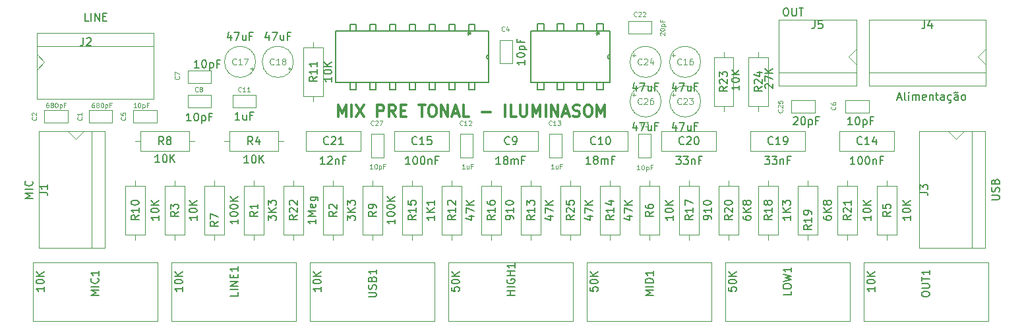
<source format=gbr>
G04 #@! TF.GenerationSoftware,KiCad,Pcbnew,(5.1.2)-2*
G04 #@! TF.CreationDate,2019-10-23T19:57:54-03:00*
G04 #@! TF.ProjectId,Mix_pre_tonal,4d69785f-7072-4655-9f74-6f6e616c2e6b,rev?*
G04 #@! TF.SameCoordinates,Original*
G04 #@! TF.FileFunction,Other,Fab,Top*
%FSLAX46Y46*%
G04 Gerber Fmt 4.6, Leading zero omitted, Abs format (unit mm)*
G04 Created by KiCad (PCBNEW (5.1.2)-2) date 2019-10-23 19:57:54*
%MOMM*%
%LPD*%
G04 APERTURE LIST*
%ADD10C,0.300000*%
%ADD11C,0.100000*%
%ADD12C,0.152400*%
%ADD13C,0.150000*%
%ADD14C,0.120000*%
%ADD15C,0.060000*%
%ADD16C,0.090000*%
G04 APERTURE END LIST*
D10*
X80682857Y-123868571D02*
X80682857Y-122368571D01*
X81182857Y-123440000D01*
X81682857Y-122368571D01*
X81682857Y-123868571D01*
X82397142Y-123868571D02*
X82397142Y-122368571D01*
X82968571Y-122368571D02*
X83968571Y-123868571D01*
X83968571Y-122368571D02*
X82968571Y-123868571D01*
X85682857Y-123868571D02*
X85682857Y-122368571D01*
X86254285Y-122368571D01*
X86397142Y-122440000D01*
X86468571Y-122511428D01*
X86540000Y-122654285D01*
X86540000Y-122868571D01*
X86468571Y-123011428D01*
X86397142Y-123082857D01*
X86254285Y-123154285D01*
X85682857Y-123154285D01*
X88040000Y-123868571D02*
X87540000Y-123154285D01*
X87182857Y-123868571D02*
X87182857Y-122368571D01*
X87754285Y-122368571D01*
X87897142Y-122440000D01*
X87968571Y-122511428D01*
X88040000Y-122654285D01*
X88040000Y-122868571D01*
X87968571Y-123011428D01*
X87897142Y-123082857D01*
X87754285Y-123154285D01*
X87182857Y-123154285D01*
X88682857Y-123082857D02*
X89182857Y-123082857D01*
X89397142Y-123868571D02*
X88682857Y-123868571D01*
X88682857Y-122368571D01*
X89397142Y-122368571D01*
X90968571Y-122368571D02*
X91825714Y-122368571D01*
X91397142Y-123868571D02*
X91397142Y-122368571D01*
X92611428Y-122368571D02*
X92897142Y-122368571D01*
X93040000Y-122440000D01*
X93182857Y-122582857D01*
X93254285Y-122868571D01*
X93254285Y-123368571D01*
X93182857Y-123654285D01*
X93040000Y-123797142D01*
X92897142Y-123868571D01*
X92611428Y-123868571D01*
X92468571Y-123797142D01*
X92325714Y-123654285D01*
X92254285Y-123368571D01*
X92254285Y-122868571D01*
X92325714Y-122582857D01*
X92468571Y-122440000D01*
X92611428Y-122368571D01*
X93897142Y-123868571D02*
X93897142Y-122368571D01*
X94754285Y-123868571D01*
X94754285Y-122368571D01*
X95397142Y-123440000D02*
X96111428Y-123440000D01*
X95254285Y-123868571D02*
X95754285Y-122368571D01*
X96254285Y-123868571D01*
X97468571Y-123868571D02*
X96754285Y-123868571D01*
X96754285Y-122368571D01*
X99111428Y-123297142D02*
X100254285Y-123297142D01*
X102111428Y-123868571D02*
X102111428Y-122368571D01*
X103540000Y-123868571D02*
X102825714Y-123868571D01*
X102825714Y-122368571D01*
X104040000Y-122368571D02*
X104040000Y-123582857D01*
X104111428Y-123725714D01*
X104182857Y-123797142D01*
X104325714Y-123868571D01*
X104611428Y-123868571D01*
X104754285Y-123797142D01*
X104825714Y-123725714D01*
X104897142Y-123582857D01*
X104897142Y-122368571D01*
X105611428Y-123868571D02*
X105611428Y-122368571D01*
X106111428Y-123440000D01*
X106611428Y-122368571D01*
X106611428Y-123868571D01*
X107325714Y-123868571D02*
X107325714Y-122368571D01*
X108039999Y-123868571D02*
X108039999Y-122368571D01*
X108897142Y-123868571D01*
X108897142Y-122368571D01*
X109539999Y-123440000D02*
X110254285Y-123440000D01*
X109397142Y-123868571D02*
X109897142Y-122368571D01*
X110397142Y-123868571D01*
X110825714Y-123797142D02*
X111039999Y-123868571D01*
X111397142Y-123868571D01*
X111539999Y-123797142D01*
X111611428Y-123725714D01*
X111682857Y-123582857D01*
X111682857Y-123440000D01*
X111611428Y-123297142D01*
X111539999Y-123225714D01*
X111397142Y-123154285D01*
X111111428Y-123082857D01*
X110968571Y-123011428D01*
X110897142Y-122940000D01*
X110825714Y-122797142D01*
X110825714Y-122654285D01*
X110897142Y-122511428D01*
X110968571Y-122440000D01*
X111111428Y-122368571D01*
X111468571Y-122368571D01*
X111682857Y-122440000D01*
X112611428Y-122368571D02*
X112897142Y-122368571D01*
X113039999Y-122440000D01*
X113182857Y-122582857D01*
X113254285Y-122868571D01*
X113254285Y-123368571D01*
X113182857Y-123654285D01*
X113039999Y-123797142D01*
X112897142Y-123868571D01*
X112611428Y-123868571D01*
X112468571Y-123797142D01*
X112325714Y-123654285D01*
X112254285Y-123368571D01*
X112254285Y-122868571D01*
X112325714Y-122582857D01*
X112468571Y-122440000D01*
X112611428Y-122368571D01*
X113897142Y-123868571D02*
X113897142Y-122368571D01*
X114397142Y-123440000D01*
X114897142Y-122368571D01*
X114897142Y-123868571D01*
D11*
X118627446Y-120852500D02*
X118627446Y-121252500D01*
X118427446Y-121052500D02*
X118827446Y-121052500D01*
X122130000Y-121920000D02*
G75*
G03X122130000Y-121920000I-2000000J0D01*
G01*
X118627446Y-115772500D02*
X118627446Y-116172500D01*
X118427446Y-115972500D02*
X118827446Y-115972500D01*
X122130000Y-116840000D02*
G75*
G03X122130000Y-116840000I-2000000J0D01*
G01*
X123707446Y-120852500D02*
X123707446Y-121252500D01*
X123507446Y-121052500D02*
X123907446Y-121052500D01*
X127210000Y-121920000D02*
G75*
G03X127210000Y-121920000I-2000000J0D01*
G01*
X74412554Y-117907500D02*
X74412554Y-117507500D01*
X74612554Y-117707500D02*
X74212554Y-117707500D01*
X74910000Y-116840000D02*
G75*
G03X74910000Y-116840000I-2000000J0D01*
G01*
X69562554Y-117907500D02*
X69562554Y-117507500D01*
X69762554Y-117707500D02*
X69362554Y-117707500D01*
X70060000Y-116840000D02*
G75*
G03X70060000Y-116840000I-2000000J0D01*
G01*
X123707446Y-115772500D02*
X123707446Y-116172500D01*
X123507446Y-115972500D02*
X123907446Y-115972500D01*
X127210000Y-116840000D02*
G75*
G03X127210000Y-116840000I-2000000J0D01*
G01*
X159630000Y-150090000D02*
X152630000Y-150090000D01*
X164130000Y-150090000D02*
X164130000Y-142590000D01*
X148130000Y-150090000D02*
X164130000Y-150090000D01*
X148130000Y-142590000D02*
X148130000Y-150090000D01*
X164130000Y-142590000D02*
X148130000Y-142590000D01*
X141850000Y-150090000D02*
X134850000Y-150090000D01*
X146350000Y-150090000D02*
X146350000Y-142590000D01*
X130350000Y-150090000D02*
X146350000Y-150090000D01*
X130350000Y-142590000D02*
X130350000Y-150090000D01*
X146350000Y-142590000D02*
X130350000Y-142590000D01*
X124070000Y-150090000D02*
X117070000Y-150090000D01*
X128570000Y-150090000D02*
X128570000Y-142590000D01*
X112570000Y-150090000D02*
X128570000Y-150090000D01*
X112570000Y-142590000D02*
X112570000Y-150090000D01*
X128570000Y-142590000D02*
X112570000Y-142590000D01*
X88510000Y-150090000D02*
X81510000Y-150090000D01*
X93010000Y-150090000D02*
X93010000Y-142590000D01*
X77010000Y-150090000D02*
X93010000Y-150090000D01*
X77010000Y-142590000D02*
X77010000Y-150090000D01*
X93010000Y-142590000D02*
X77010000Y-142590000D01*
X70730000Y-150090000D02*
X63730000Y-150090000D01*
X75230000Y-150090000D02*
X75230000Y-142590000D01*
X59230000Y-150090000D02*
X75230000Y-150090000D01*
X59230000Y-142590000D02*
X59230000Y-150090000D01*
X75230000Y-142590000D02*
X59230000Y-142590000D01*
X52950000Y-150090000D02*
X45950000Y-150090000D01*
X57450000Y-150090000D02*
X57450000Y-142590000D01*
X41450000Y-150090000D02*
X57450000Y-150090000D01*
X41450000Y-142590000D02*
X41450000Y-150090000D01*
X57450000Y-142590000D02*
X41450000Y-142590000D01*
X106290000Y-150090000D02*
X99290000Y-150090000D01*
X110790000Y-150090000D02*
X110790000Y-142590000D01*
X94790000Y-150090000D02*
X110790000Y-150090000D01*
X94790000Y-142590000D02*
X94790000Y-150090000D01*
X110790000Y-142590000D02*
X94790000Y-142590000D01*
D12*
X115570000Y-115900200D02*
G75*
G03X115570000Y-116509800I0J-304800D01*
G01*
X115570000Y-112903000D02*
X105410000Y-112903000D01*
X115570000Y-119507000D02*
X115570000Y-112903000D01*
X105410000Y-119507000D02*
X115570000Y-119507000D01*
X105410000Y-112903000D02*
X105410000Y-119507000D01*
X114731800Y-120446800D02*
X114731800Y-119507000D01*
X113868200Y-120446800D02*
X114731800Y-120446800D01*
X113868200Y-119507000D02*
X113868200Y-120446800D01*
X114731800Y-119507000D02*
X113868200Y-119507000D01*
X112191800Y-120446800D02*
X112191800Y-119507000D01*
X111328200Y-120446800D02*
X112191800Y-120446800D01*
X111328200Y-119507000D02*
X111328200Y-120446800D01*
X112191800Y-119507000D02*
X111328200Y-119507000D01*
X109651800Y-120446800D02*
X109651800Y-119507000D01*
X108788200Y-120446800D02*
X109651800Y-120446800D01*
X108788200Y-119507000D02*
X108788200Y-120446800D01*
X109651800Y-119507000D02*
X108788200Y-119507000D01*
X107111800Y-120446800D02*
X107111800Y-119507000D01*
X106248200Y-120446800D02*
X107111800Y-120446800D01*
X106248200Y-119507000D02*
X106248200Y-120446800D01*
X107111800Y-119507000D02*
X106248200Y-119507000D01*
X106248200Y-111963200D02*
X106248200Y-112903000D01*
X107111800Y-111963200D02*
X106248200Y-111963200D01*
X107111800Y-112903000D02*
X107111800Y-111963200D01*
X106248200Y-112903000D02*
X107111800Y-112903000D01*
X108788200Y-111963200D02*
X108788200Y-112903000D01*
X109651800Y-111963200D02*
X108788200Y-111963200D01*
X109651800Y-112903000D02*
X109651800Y-111963200D01*
X108788200Y-112903000D02*
X109651800Y-112903000D01*
X111328200Y-111963200D02*
X111328200Y-112903000D01*
X112191800Y-111963200D02*
X111328200Y-111963200D01*
X112191800Y-112903000D02*
X112191800Y-111963200D01*
X111328200Y-112903000D02*
X112191800Y-112903000D01*
X113868200Y-111963200D02*
X113868200Y-112903000D01*
X114731800Y-111963200D02*
X113868200Y-111963200D01*
X114731800Y-112903000D02*
X114731800Y-111963200D01*
X113868200Y-112903000D02*
X114731800Y-112903000D01*
X100012500Y-115900200D02*
G75*
G03X100012500Y-116509800I0J-304800D01*
G01*
X100012500Y-112903000D02*
X80327500Y-112903000D01*
X100012500Y-119507000D02*
X100012500Y-112903000D01*
X80327500Y-119507000D02*
X100012500Y-119507000D01*
X80327500Y-112903000D02*
X80327500Y-119507000D01*
X98183700Y-120408700D02*
X98183700Y-119507000D01*
X97396300Y-120408700D02*
X98183700Y-120408700D01*
X97396300Y-119507000D02*
X97396300Y-120408700D01*
X98183700Y-119507000D02*
X97396300Y-119507000D01*
X95643700Y-120408700D02*
X95643700Y-119507000D01*
X94856300Y-120408700D02*
X95643700Y-120408700D01*
X94856300Y-119507000D02*
X94856300Y-120408700D01*
X95643700Y-119507000D02*
X94856300Y-119507000D01*
X93103700Y-120408700D02*
X93103700Y-119507000D01*
X92316300Y-120408700D02*
X93103700Y-120408700D01*
X92316300Y-119507000D02*
X92316300Y-120408700D01*
X93103700Y-119507000D02*
X92316300Y-119507000D01*
X90563700Y-120408700D02*
X90563700Y-119507000D01*
X89776300Y-120408700D02*
X90563700Y-120408700D01*
X89776300Y-119507000D02*
X89776300Y-120408700D01*
X90563700Y-119507000D02*
X89776300Y-119507000D01*
X88023700Y-120408700D02*
X88023700Y-119507000D01*
X87236300Y-120408700D02*
X88023700Y-120408700D01*
X87236300Y-119507000D02*
X87236300Y-120408700D01*
X88023700Y-119507000D02*
X87236300Y-119507000D01*
X85483700Y-120408700D02*
X85483700Y-119507000D01*
X84696300Y-120408700D02*
X85483700Y-120408700D01*
X84696300Y-119507000D02*
X84696300Y-120408700D01*
X85483700Y-119507000D02*
X84696300Y-119507000D01*
X82943700Y-120408700D02*
X82943700Y-119507000D01*
X82156300Y-120408700D02*
X82943700Y-120408700D01*
X82156300Y-119507000D02*
X82156300Y-120408700D01*
X82943700Y-119507000D02*
X82156300Y-119507000D01*
X82156300Y-112001300D02*
X82156300Y-112903000D01*
X82943700Y-112001300D02*
X82156300Y-112001300D01*
X82943700Y-112903000D02*
X82943700Y-112001300D01*
X82156300Y-112903000D02*
X82943700Y-112903000D01*
X84696300Y-112001300D02*
X84696300Y-112903000D01*
X85483700Y-112001300D02*
X84696300Y-112001300D01*
X85483700Y-112903000D02*
X85483700Y-112001300D01*
X84696300Y-112903000D02*
X85483700Y-112903000D01*
X87236300Y-112001300D02*
X87236300Y-112903000D01*
X88023700Y-112001300D02*
X87236300Y-112001300D01*
X88023700Y-112903000D02*
X88023700Y-112001300D01*
X87236300Y-112903000D02*
X88023700Y-112903000D01*
X89776300Y-112001300D02*
X89776300Y-112903000D01*
X90563700Y-112001300D02*
X89776300Y-112001300D01*
X90563700Y-112903000D02*
X90563700Y-112001300D01*
X89776300Y-112903000D02*
X90563700Y-112903000D01*
X92316300Y-112001300D02*
X92316300Y-112903000D01*
X93103700Y-112001300D02*
X92316300Y-112001300D01*
X93103700Y-112903000D02*
X93103700Y-112001300D01*
X92316300Y-112903000D02*
X93103700Y-112903000D01*
X94856300Y-112001300D02*
X94856300Y-112903000D01*
X95643700Y-112001300D02*
X94856300Y-112001300D01*
X95643700Y-112903000D02*
X95643700Y-112001300D01*
X94856300Y-112903000D02*
X95643700Y-112903000D01*
X97396300Y-112001300D02*
X97396300Y-112903000D01*
X98183700Y-112001300D02*
X97396300Y-112001300D01*
X98183700Y-112903000D02*
X98183700Y-112001300D01*
X97396300Y-112903000D02*
X98183700Y-112903000D01*
D11*
X110490000Y-132080000D02*
X110490000Y-132740000D01*
X110490000Y-139700000D02*
X110490000Y-139040000D01*
X109240000Y-132740000D02*
X109240000Y-139040000D01*
X111740000Y-132740000D02*
X109240000Y-132740000D01*
X111740000Y-139040000D02*
X111740000Y-132740000D01*
X109240000Y-139040000D02*
X111740000Y-139040000D01*
X134620000Y-115570000D02*
X134620000Y-116230000D01*
X134620000Y-123190000D02*
X134620000Y-122530000D01*
X133370000Y-116230000D02*
X133370000Y-122530000D01*
X135870000Y-116230000D02*
X133370000Y-116230000D01*
X135870000Y-122530000D02*
X135870000Y-116230000D01*
X133370000Y-122530000D02*
X135870000Y-122530000D01*
X130175000Y-123190000D02*
X130175000Y-122530000D01*
X130175000Y-115570000D02*
X130175000Y-116230000D01*
X131425000Y-122530000D02*
X131425000Y-116230000D01*
X128925000Y-122530000D02*
X131425000Y-122530000D01*
X128925000Y-116230000D02*
X128925000Y-122530000D01*
X131425000Y-116230000D02*
X128925000Y-116230000D01*
X74930000Y-132080000D02*
X74930000Y-132740000D01*
X74930000Y-139700000D02*
X74930000Y-139040000D01*
X73680000Y-132740000D02*
X73680000Y-139040000D01*
X76180000Y-132740000D02*
X73680000Y-132740000D01*
X76180000Y-139040000D02*
X76180000Y-132740000D01*
X73680000Y-139040000D02*
X76180000Y-139040000D01*
X146050000Y-139700000D02*
X146050000Y-139040000D01*
X146050000Y-132080000D02*
X146050000Y-132740000D01*
X147300000Y-139040000D02*
X147300000Y-132740000D01*
X144800000Y-139040000D02*
X147300000Y-139040000D01*
X144800000Y-132740000D02*
X144800000Y-139040000D01*
X147300000Y-132740000D02*
X144800000Y-132740000D01*
X130810000Y-132080000D02*
X130810000Y-132740000D01*
X130810000Y-139700000D02*
X130810000Y-139040000D01*
X129560000Y-132740000D02*
X129560000Y-139040000D01*
X132060000Y-132740000D02*
X129560000Y-132740000D01*
X132060000Y-139040000D02*
X132060000Y-132740000D01*
X129560000Y-139040000D02*
X132060000Y-139040000D01*
X140970000Y-132080000D02*
X140970000Y-132740000D01*
X140970000Y-139700000D02*
X140970000Y-139040000D01*
X139720000Y-132740000D02*
X139720000Y-139040000D01*
X142220000Y-132740000D02*
X139720000Y-132740000D01*
X142220000Y-139040000D02*
X142220000Y-132740000D01*
X139720000Y-139040000D02*
X142220000Y-139040000D01*
X135890000Y-132080000D02*
X135890000Y-132740000D01*
X135890000Y-139700000D02*
X135890000Y-139040000D01*
X134640000Y-132740000D02*
X134640000Y-139040000D01*
X137140000Y-132740000D02*
X134640000Y-132740000D01*
X137140000Y-139040000D02*
X137140000Y-132740000D01*
X134640000Y-139040000D02*
X137140000Y-139040000D01*
X125730000Y-132080000D02*
X125730000Y-132740000D01*
X125730000Y-139700000D02*
X125730000Y-139040000D01*
X124480000Y-132740000D02*
X124480000Y-139040000D01*
X126980000Y-132740000D02*
X124480000Y-132740000D01*
X126980000Y-139040000D02*
X126980000Y-132740000D01*
X124480000Y-139040000D02*
X126980000Y-139040000D01*
X100330000Y-132080000D02*
X100330000Y-132740000D01*
X100330000Y-139700000D02*
X100330000Y-139040000D01*
X99080000Y-132740000D02*
X99080000Y-139040000D01*
X101580000Y-132740000D02*
X99080000Y-132740000D01*
X101580000Y-139040000D02*
X101580000Y-132740000D01*
X99080000Y-139040000D02*
X101580000Y-139040000D01*
X90170000Y-132080000D02*
X90170000Y-132740000D01*
X90170000Y-139700000D02*
X90170000Y-139040000D01*
X88920000Y-132740000D02*
X88920000Y-139040000D01*
X91420000Y-132740000D02*
X88920000Y-132740000D01*
X91420000Y-139040000D02*
X91420000Y-132740000D01*
X88920000Y-139040000D02*
X91420000Y-139040000D01*
X115570000Y-132080000D02*
X115570000Y-132740000D01*
X115570000Y-139700000D02*
X115570000Y-139040000D01*
X114320000Y-132740000D02*
X114320000Y-139040000D01*
X116820000Y-132740000D02*
X114320000Y-132740000D01*
X116820000Y-139040000D02*
X116820000Y-132740000D01*
X114320000Y-139040000D02*
X116820000Y-139040000D01*
X105410000Y-132080000D02*
X105410000Y-132740000D01*
X105410000Y-139700000D02*
X105410000Y-139040000D01*
X104160000Y-132740000D02*
X104160000Y-139040000D01*
X106660000Y-132740000D02*
X104160000Y-132740000D01*
X106660000Y-139040000D02*
X106660000Y-132740000D01*
X104160000Y-139040000D02*
X106660000Y-139040000D01*
X77470000Y-121920000D02*
X77470000Y-121260000D01*
X77470000Y-114300000D02*
X77470000Y-114960000D01*
X78720000Y-121260000D02*
X78720000Y-114960000D01*
X76220000Y-121260000D02*
X78720000Y-121260000D01*
X76220000Y-114960000D02*
X76220000Y-121260000D01*
X78720000Y-114960000D02*
X76220000Y-114960000D01*
X54610000Y-132080000D02*
X54610000Y-132740000D01*
X54610000Y-139700000D02*
X54610000Y-139040000D01*
X53360000Y-132740000D02*
X53360000Y-139040000D01*
X55860000Y-132740000D02*
X53360000Y-132740000D01*
X55860000Y-139040000D02*
X55860000Y-132740000D01*
X53360000Y-139040000D02*
X55860000Y-139040000D01*
X85090000Y-132080000D02*
X85090000Y-132740000D01*
X85090000Y-139700000D02*
X85090000Y-139040000D01*
X83840000Y-132740000D02*
X83840000Y-139040000D01*
X86340000Y-132740000D02*
X83840000Y-132740000D01*
X86340000Y-139040000D02*
X86340000Y-132740000D01*
X83840000Y-139040000D02*
X86340000Y-139040000D01*
X54610000Y-127000000D02*
X55270000Y-127000000D01*
X62230000Y-127000000D02*
X61570000Y-127000000D01*
X55270000Y-128250000D02*
X61570000Y-128250000D01*
X55270000Y-125750000D02*
X55270000Y-128250000D01*
X61570000Y-125750000D02*
X55270000Y-125750000D01*
X61570000Y-128250000D02*
X61570000Y-125750000D01*
X64770000Y-139700000D02*
X64770000Y-139040000D01*
X64770000Y-132080000D02*
X64770000Y-132740000D01*
X66020000Y-139040000D02*
X66020000Y-132740000D01*
X63520000Y-139040000D02*
X66020000Y-139040000D01*
X63520000Y-132740000D02*
X63520000Y-139040000D01*
X66020000Y-132740000D02*
X63520000Y-132740000D01*
X120650000Y-132080000D02*
X120650000Y-132740000D01*
X120650000Y-139700000D02*
X120650000Y-139040000D01*
X119400000Y-132740000D02*
X119400000Y-139040000D01*
X121900000Y-132740000D02*
X119400000Y-132740000D01*
X121900000Y-139040000D02*
X121900000Y-132740000D01*
X119400000Y-139040000D02*
X121900000Y-139040000D01*
X151130000Y-132080000D02*
X151130000Y-132740000D01*
X151130000Y-139700000D02*
X151130000Y-139040000D01*
X149880000Y-132740000D02*
X149880000Y-139040000D01*
X152380000Y-132740000D02*
X149880000Y-132740000D01*
X152380000Y-139040000D02*
X152380000Y-132740000D01*
X149880000Y-139040000D02*
X152380000Y-139040000D01*
X73660000Y-127000000D02*
X73000000Y-127000000D01*
X66040000Y-127000000D02*
X66700000Y-127000000D01*
X73000000Y-125750000D02*
X66700000Y-125750000D01*
X73000000Y-128250000D02*
X73000000Y-125750000D01*
X66700000Y-128250000D02*
X73000000Y-128250000D01*
X66700000Y-125750000D02*
X66700000Y-128250000D01*
X59690000Y-132080000D02*
X59690000Y-132740000D01*
X59690000Y-139700000D02*
X59690000Y-139040000D01*
X58440000Y-132740000D02*
X58440000Y-139040000D01*
X60940000Y-132740000D02*
X58440000Y-132740000D01*
X60940000Y-139040000D02*
X60940000Y-132740000D01*
X58440000Y-139040000D02*
X60940000Y-139040000D01*
X80010000Y-132080000D02*
X80010000Y-132740000D01*
X80010000Y-139700000D02*
X80010000Y-139040000D01*
X78760000Y-132740000D02*
X78760000Y-139040000D01*
X81260000Y-132740000D02*
X78760000Y-132740000D01*
X81260000Y-139040000D02*
X81260000Y-132740000D01*
X78760000Y-139040000D02*
X81260000Y-139040000D01*
X69850000Y-132080000D02*
X69850000Y-132740000D01*
X69850000Y-139700000D02*
X69850000Y-139040000D01*
X68600000Y-132740000D02*
X68600000Y-139040000D01*
X71100000Y-132740000D02*
X68600000Y-132740000D01*
X71100000Y-139040000D02*
X71100000Y-132740000D01*
X68600000Y-139040000D02*
X71100000Y-139040000D01*
X147200000Y-115205000D02*
X146200000Y-116205000D01*
X147200000Y-117205000D02*
X146200000Y-116205000D01*
X147200000Y-118205000D02*
X137200000Y-118205000D01*
X137200000Y-119905000D02*
X147200000Y-119905000D01*
X137200000Y-111405000D02*
X137200000Y-119905000D01*
X147200000Y-111405000D02*
X137200000Y-111405000D01*
X147200000Y-119905000D02*
X147200000Y-111405000D01*
X163790000Y-115205000D02*
X162790000Y-116205000D01*
X163790000Y-117205000D02*
X162790000Y-116205000D01*
X163790000Y-118205000D02*
X148790000Y-118205000D01*
X148790000Y-119905000D02*
X163790000Y-119905000D01*
X148790000Y-111405000D02*
X148790000Y-119905000D01*
X163790000Y-111405000D02*
X148790000Y-111405000D01*
X163790000Y-119905000D02*
X163790000Y-111405000D01*
X159020000Y-125770000D02*
X160020000Y-126770000D01*
X161020000Y-125770000D02*
X160020000Y-126770000D01*
X162020000Y-125770000D02*
X162020000Y-140770000D01*
X163720000Y-140770000D02*
X163720000Y-125770000D01*
X155220000Y-140770000D02*
X163720000Y-140770000D01*
X155220000Y-125770000D02*
X155220000Y-140770000D01*
X163720000Y-125770000D02*
X155220000Y-125770000D01*
X41950000Y-117840000D02*
X42950000Y-116840000D01*
X41950000Y-115840000D02*
X42950000Y-116840000D01*
X41950000Y-114840000D02*
X56950000Y-114840000D01*
X56950000Y-113140000D02*
X41950000Y-113140000D01*
X56950000Y-121640000D02*
X56950000Y-113140000D01*
X41950000Y-121640000D02*
X56950000Y-121640000D01*
X41950000Y-113140000D02*
X41950000Y-121640000D01*
X45990000Y-125770000D02*
X46990000Y-126770000D01*
X47990000Y-125770000D02*
X46990000Y-126770000D01*
X48990000Y-125770000D02*
X48990000Y-140770000D01*
X50690000Y-140770000D02*
X50690000Y-125770000D01*
X42190000Y-140770000D02*
X50690000Y-140770000D01*
X42190000Y-125770000D02*
X42190000Y-140770000D01*
X50690000Y-125770000D02*
X42190000Y-125770000D01*
X86525000Y-129115000D02*
X86525000Y-126115000D01*
X84925000Y-129115000D02*
X86525000Y-129115000D01*
X84925000Y-126115000D02*
X84925000Y-129115000D01*
X86525000Y-126115000D02*
X84925000Y-126115000D01*
X141855000Y-121755000D02*
X138855000Y-121755000D01*
X141855000Y-123355000D02*
X141855000Y-121755000D01*
X138855000Y-123355000D02*
X141855000Y-123355000D01*
X138855000Y-121755000D02*
X138855000Y-123355000D01*
X120900000Y-111595000D02*
X117900000Y-111595000D01*
X120900000Y-113195000D02*
X120900000Y-111595000D01*
X117900000Y-113195000D02*
X120900000Y-113195000D01*
X117900000Y-111595000D02*
X117900000Y-113195000D01*
X76550000Y-128250000D02*
X83550000Y-128250000D01*
X76550000Y-125750000D02*
X76550000Y-128250000D01*
X83550000Y-125750000D02*
X76550000Y-125750000D01*
X83550000Y-128250000D02*
X83550000Y-125750000D01*
X129190000Y-125750000D02*
X122190000Y-125750000D01*
X129190000Y-128250000D02*
X129190000Y-125750000D01*
X122190000Y-128250000D02*
X129190000Y-128250000D01*
X122190000Y-125750000D02*
X122190000Y-128250000D01*
X133620000Y-128250000D02*
X140620000Y-128250000D01*
X133620000Y-125750000D02*
X133620000Y-128250000D01*
X140620000Y-125750000D02*
X133620000Y-125750000D01*
X140620000Y-128250000D02*
X140620000Y-125750000D01*
X87900000Y-128250000D02*
X94900000Y-128250000D01*
X87900000Y-125750000D02*
X87900000Y-128250000D01*
X94900000Y-125750000D02*
X87900000Y-125750000D01*
X94900000Y-128250000D02*
X94900000Y-125750000D01*
X145050000Y-128250000D02*
X152050000Y-128250000D01*
X145050000Y-125750000D02*
X145050000Y-128250000D01*
X152050000Y-125750000D02*
X145050000Y-125750000D01*
X152050000Y-128250000D02*
X152050000Y-125750000D01*
X109385000Y-129115000D02*
X109385000Y-126115000D01*
X107785000Y-129115000D02*
X109385000Y-129115000D01*
X107785000Y-126115000D02*
X107785000Y-129115000D01*
X109385000Y-126115000D02*
X107785000Y-126115000D01*
X97955000Y-129115000D02*
X97955000Y-126115000D01*
X96355000Y-129115000D02*
X97955000Y-129115000D01*
X96355000Y-126115000D02*
X96355000Y-129115000D01*
X97955000Y-126115000D02*
X96355000Y-126115000D01*
X67100000Y-122720000D02*
X70100000Y-122720000D01*
X67100000Y-121120000D02*
X67100000Y-122720000D01*
X70100000Y-121120000D02*
X67100000Y-121120000D01*
X70100000Y-122720000D02*
X70100000Y-121120000D01*
X117840000Y-125750000D02*
X110840000Y-125750000D01*
X117840000Y-128250000D02*
X117840000Y-125750000D01*
X110840000Y-128250000D02*
X117840000Y-128250000D01*
X110840000Y-125750000D02*
X110840000Y-128250000D01*
X106330000Y-125750000D02*
X99330000Y-125750000D01*
X106330000Y-128250000D02*
X106330000Y-125750000D01*
X99330000Y-128250000D02*
X106330000Y-128250000D01*
X99330000Y-125750000D02*
X99330000Y-128250000D01*
X64345000Y-121120000D02*
X61345000Y-121120000D01*
X64345000Y-122720000D02*
X64345000Y-121120000D01*
X61345000Y-122720000D02*
X64345000Y-122720000D01*
X61345000Y-121120000D02*
X61345000Y-122720000D01*
X61345000Y-119545000D02*
X64345000Y-119545000D01*
X61345000Y-117945000D02*
X61345000Y-119545000D01*
X64345000Y-117945000D02*
X61345000Y-117945000D01*
X64345000Y-119545000D02*
X64345000Y-117945000D01*
X148800000Y-121755000D02*
X145800000Y-121755000D01*
X148800000Y-123355000D02*
X148800000Y-121755000D01*
X145800000Y-123355000D02*
X148800000Y-123355000D01*
X145800000Y-121755000D02*
X145800000Y-123355000D01*
X57360000Y-123025000D02*
X54360000Y-123025000D01*
X57360000Y-124625000D02*
X57360000Y-123025000D01*
X54360000Y-124625000D02*
X57360000Y-124625000D01*
X54360000Y-123025000D02*
X54360000Y-124625000D01*
X103035000Y-117050000D02*
X103035000Y-114050000D01*
X101435000Y-117050000D02*
X103035000Y-117050000D01*
X101435000Y-114050000D02*
X101435000Y-117050000D01*
X103035000Y-114050000D02*
X101435000Y-114050000D01*
X120815000Y-129115000D02*
X120815000Y-126115000D01*
X119215000Y-129115000D02*
X120815000Y-129115000D01*
X119215000Y-126115000D02*
X119215000Y-129115000D01*
X120815000Y-126115000D02*
X119215000Y-126115000D01*
X42930000Y-124625000D02*
X45930000Y-124625000D01*
X42930000Y-123025000D02*
X42930000Y-124625000D01*
X45930000Y-123025000D02*
X42930000Y-123025000D01*
X45930000Y-124625000D02*
X45930000Y-123025000D01*
X48645000Y-124625000D02*
X51645000Y-124625000D01*
X48645000Y-123025000D02*
X48645000Y-124625000D01*
X51645000Y-123025000D02*
X48645000Y-123025000D01*
X51645000Y-124625000D02*
X51645000Y-123025000D01*
X94000000Y-139040000D02*
X96500000Y-139040000D01*
X96500000Y-139040000D02*
X96500000Y-132740000D01*
X96500000Y-132740000D02*
X94000000Y-132740000D01*
X94000000Y-132740000D02*
X94000000Y-139040000D01*
X95250000Y-139700000D02*
X95250000Y-139040000D01*
X95250000Y-132080000D02*
X95250000Y-132740000D01*
D13*
X118963333Y-124955714D02*
X118963333Y-125622380D01*
X118725238Y-124574761D02*
X118487142Y-125289047D01*
X119106190Y-125289047D01*
X119391904Y-124622380D02*
X120058571Y-124622380D01*
X119630000Y-125622380D01*
X120868095Y-124955714D02*
X120868095Y-125622380D01*
X120439523Y-124955714D02*
X120439523Y-125479523D01*
X120487142Y-125574761D01*
X120582380Y-125622380D01*
X120725238Y-125622380D01*
X120820476Y-125574761D01*
X120868095Y-125527142D01*
X121677619Y-125098571D02*
X121344285Y-125098571D01*
X121344285Y-125622380D02*
X121344285Y-124622380D01*
X121820476Y-124622380D01*
D14*
X119615714Y-122205714D02*
X119577619Y-122243809D01*
X119463333Y-122281904D01*
X119387142Y-122281904D01*
X119272857Y-122243809D01*
X119196666Y-122167619D01*
X119158571Y-122091428D01*
X119120476Y-121939047D01*
X119120476Y-121824761D01*
X119158571Y-121672380D01*
X119196666Y-121596190D01*
X119272857Y-121520000D01*
X119387142Y-121481904D01*
X119463333Y-121481904D01*
X119577619Y-121520000D01*
X119615714Y-121558095D01*
X119920476Y-121558095D02*
X119958571Y-121520000D01*
X120034761Y-121481904D01*
X120225238Y-121481904D01*
X120301428Y-121520000D01*
X120339523Y-121558095D01*
X120377619Y-121634285D01*
X120377619Y-121710476D01*
X120339523Y-121824761D01*
X119882380Y-122281904D01*
X120377619Y-122281904D01*
X121063333Y-121481904D02*
X120910952Y-121481904D01*
X120834761Y-121520000D01*
X120796666Y-121558095D01*
X120720476Y-121672380D01*
X120682380Y-121824761D01*
X120682380Y-122129523D01*
X120720476Y-122205714D01*
X120758571Y-122243809D01*
X120834761Y-122281904D01*
X120987142Y-122281904D01*
X121063333Y-122243809D01*
X121101428Y-122205714D01*
X121139523Y-122129523D01*
X121139523Y-121939047D01*
X121101428Y-121862857D01*
X121063333Y-121824761D01*
X120987142Y-121786666D01*
X120834761Y-121786666D01*
X120758571Y-121824761D01*
X120720476Y-121862857D01*
X120682380Y-121939047D01*
D13*
X118963333Y-119875714D02*
X118963333Y-120542380D01*
X118725238Y-119494761D02*
X118487142Y-120209047D01*
X119106190Y-120209047D01*
X119391904Y-119542380D02*
X120058571Y-119542380D01*
X119630000Y-120542380D01*
X120868095Y-119875714D02*
X120868095Y-120542380D01*
X120439523Y-119875714D02*
X120439523Y-120399523D01*
X120487142Y-120494761D01*
X120582380Y-120542380D01*
X120725238Y-120542380D01*
X120820476Y-120494761D01*
X120868095Y-120447142D01*
X121677619Y-120018571D02*
X121344285Y-120018571D01*
X121344285Y-120542380D02*
X121344285Y-119542380D01*
X121820476Y-119542380D01*
D14*
X119615714Y-117125714D02*
X119577619Y-117163809D01*
X119463333Y-117201904D01*
X119387142Y-117201904D01*
X119272857Y-117163809D01*
X119196666Y-117087619D01*
X119158571Y-117011428D01*
X119120476Y-116859047D01*
X119120476Y-116744761D01*
X119158571Y-116592380D01*
X119196666Y-116516190D01*
X119272857Y-116440000D01*
X119387142Y-116401904D01*
X119463333Y-116401904D01*
X119577619Y-116440000D01*
X119615714Y-116478095D01*
X119920476Y-116478095D02*
X119958571Y-116440000D01*
X120034761Y-116401904D01*
X120225238Y-116401904D01*
X120301428Y-116440000D01*
X120339523Y-116478095D01*
X120377619Y-116554285D01*
X120377619Y-116630476D01*
X120339523Y-116744761D01*
X119882380Y-117201904D01*
X120377619Y-117201904D01*
X121063333Y-116668571D02*
X121063333Y-117201904D01*
X120872857Y-116363809D02*
X120682380Y-116935238D01*
X121177619Y-116935238D01*
D13*
X124043333Y-124955714D02*
X124043333Y-125622380D01*
X123805238Y-124574761D02*
X123567142Y-125289047D01*
X124186190Y-125289047D01*
X124471904Y-124622380D02*
X125138571Y-124622380D01*
X124710000Y-125622380D01*
X125948095Y-124955714D02*
X125948095Y-125622380D01*
X125519523Y-124955714D02*
X125519523Y-125479523D01*
X125567142Y-125574761D01*
X125662380Y-125622380D01*
X125805238Y-125622380D01*
X125900476Y-125574761D01*
X125948095Y-125527142D01*
X126757619Y-125098571D02*
X126424285Y-125098571D01*
X126424285Y-125622380D02*
X126424285Y-124622380D01*
X126900476Y-124622380D01*
D14*
X124695714Y-122205714D02*
X124657619Y-122243809D01*
X124543333Y-122281904D01*
X124467142Y-122281904D01*
X124352857Y-122243809D01*
X124276666Y-122167619D01*
X124238571Y-122091428D01*
X124200476Y-121939047D01*
X124200476Y-121824761D01*
X124238571Y-121672380D01*
X124276666Y-121596190D01*
X124352857Y-121520000D01*
X124467142Y-121481904D01*
X124543333Y-121481904D01*
X124657619Y-121520000D01*
X124695714Y-121558095D01*
X125000476Y-121558095D02*
X125038571Y-121520000D01*
X125114761Y-121481904D01*
X125305238Y-121481904D01*
X125381428Y-121520000D01*
X125419523Y-121558095D01*
X125457619Y-121634285D01*
X125457619Y-121710476D01*
X125419523Y-121824761D01*
X124962380Y-122281904D01*
X125457619Y-122281904D01*
X125724285Y-121481904D02*
X126219523Y-121481904D01*
X125952857Y-121786666D01*
X126067142Y-121786666D01*
X126143333Y-121824761D01*
X126181428Y-121862857D01*
X126219523Y-121939047D01*
X126219523Y-122129523D01*
X126181428Y-122205714D01*
X126143333Y-122243809D01*
X126067142Y-122281904D01*
X125838571Y-122281904D01*
X125762380Y-122243809D01*
X125724285Y-122205714D01*
D13*
X71743333Y-113375714D02*
X71743333Y-114042380D01*
X71505238Y-112994761D02*
X71267142Y-113709047D01*
X71886190Y-113709047D01*
X72171904Y-113042380D02*
X72838571Y-113042380D01*
X72410000Y-114042380D01*
X73648095Y-113375714D02*
X73648095Y-114042380D01*
X73219523Y-113375714D02*
X73219523Y-113899523D01*
X73267142Y-113994761D01*
X73362380Y-114042380D01*
X73505238Y-114042380D01*
X73600476Y-113994761D01*
X73648095Y-113947142D01*
X74457619Y-113518571D02*
X74124285Y-113518571D01*
X74124285Y-114042380D02*
X74124285Y-113042380D01*
X74600476Y-113042380D01*
D14*
X72395714Y-117125714D02*
X72357619Y-117163809D01*
X72243333Y-117201904D01*
X72167142Y-117201904D01*
X72052857Y-117163809D01*
X71976666Y-117087619D01*
X71938571Y-117011428D01*
X71900476Y-116859047D01*
X71900476Y-116744761D01*
X71938571Y-116592380D01*
X71976666Y-116516190D01*
X72052857Y-116440000D01*
X72167142Y-116401904D01*
X72243333Y-116401904D01*
X72357619Y-116440000D01*
X72395714Y-116478095D01*
X73157619Y-117201904D02*
X72700476Y-117201904D01*
X72929047Y-117201904D02*
X72929047Y-116401904D01*
X72852857Y-116516190D01*
X72776666Y-116592380D01*
X72700476Y-116630476D01*
X73614761Y-116744761D02*
X73538571Y-116706666D01*
X73500476Y-116668571D01*
X73462380Y-116592380D01*
X73462380Y-116554285D01*
X73500476Y-116478095D01*
X73538571Y-116440000D01*
X73614761Y-116401904D01*
X73767142Y-116401904D01*
X73843333Y-116440000D01*
X73881428Y-116478095D01*
X73919523Y-116554285D01*
X73919523Y-116592380D01*
X73881428Y-116668571D01*
X73843333Y-116706666D01*
X73767142Y-116744761D01*
X73614761Y-116744761D01*
X73538571Y-116782857D01*
X73500476Y-116820952D01*
X73462380Y-116897142D01*
X73462380Y-117049523D01*
X73500476Y-117125714D01*
X73538571Y-117163809D01*
X73614761Y-117201904D01*
X73767142Y-117201904D01*
X73843333Y-117163809D01*
X73881428Y-117125714D01*
X73919523Y-117049523D01*
X73919523Y-116897142D01*
X73881428Y-116820952D01*
X73843333Y-116782857D01*
X73767142Y-116744761D01*
D13*
X66893333Y-113375714D02*
X66893333Y-114042380D01*
X66655238Y-112994761D02*
X66417142Y-113709047D01*
X67036190Y-113709047D01*
X67321904Y-113042380D02*
X67988571Y-113042380D01*
X67560000Y-114042380D01*
X68798095Y-113375714D02*
X68798095Y-114042380D01*
X68369523Y-113375714D02*
X68369523Y-113899523D01*
X68417142Y-113994761D01*
X68512380Y-114042380D01*
X68655238Y-114042380D01*
X68750476Y-113994761D01*
X68798095Y-113947142D01*
X69607619Y-113518571D02*
X69274285Y-113518571D01*
X69274285Y-114042380D02*
X69274285Y-113042380D01*
X69750476Y-113042380D01*
D14*
X67545714Y-117125714D02*
X67507619Y-117163809D01*
X67393333Y-117201904D01*
X67317142Y-117201904D01*
X67202857Y-117163809D01*
X67126666Y-117087619D01*
X67088571Y-117011428D01*
X67050476Y-116859047D01*
X67050476Y-116744761D01*
X67088571Y-116592380D01*
X67126666Y-116516190D01*
X67202857Y-116440000D01*
X67317142Y-116401904D01*
X67393333Y-116401904D01*
X67507619Y-116440000D01*
X67545714Y-116478095D01*
X68307619Y-117201904D02*
X67850476Y-117201904D01*
X68079047Y-117201904D02*
X68079047Y-116401904D01*
X68002857Y-116516190D01*
X67926666Y-116592380D01*
X67850476Y-116630476D01*
X68574285Y-116401904D02*
X69107619Y-116401904D01*
X68764761Y-117201904D01*
D13*
X124043333Y-119875714D02*
X124043333Y-120542380D01*
X123805238Y-119494761D02*
X123567142Y-120209047D01*
X124186190Y-120209047D01*
X124471904Y-119542380D02*
X125138571Y-119542380D01*
X124710000Y-120542380D01*
X125948095Y-119875714D02*
X125948095Y-120542380D01*
X125519523Y-119875714D02*
X125519523Y-120399523D01*
X125567142Y-120494761D01*
X125662380Y-120542380D01*
X125805238Y-120542380D01*
X125900476Y-120494761D01*
X125948095Y-120447142D01*
X126757619Y-120018571D02*
X126424285Y-120018571D01*
X126424285Y-120542380D02*
X126424285Y-119542380D01*
X126900476Y-119542380D01*
D14*
X124695714Y-117125714D02*
X124657619Y-117163809D01*
X124543333Y-117201904D01*
X124467142Y-117201904D01*
X124352857Y-117163809D01*
X124276666Y-117087619D01*
X124238571Y-117011428D01*
X124200476Y-116859047D01*
X124200476Y-116744761D01*
X124238571Y-116592380D01*
X124276666Y-116516190D01*
X124352857Y-116440000D01*
X124467142Y-116401904D01*
X124543333Y-116401904D01*
X124657619Y-116440000D01*
X124695714Y-116478095D01*
X125457619Y-117201904D02*
X125000476Y-117201904D01*
X125229047Y-117201904D02*
X125229047Y-116401904D01*
X125152857Y-116516190D01*
X125076666Y-116592380D01*
X125000476Y-116630476D01*
X126143333Y-116401904D02*
X125990952Y-116401904D01*
X125914761Y-116440000D01*
X125876666Y-116478095D01*
X125800476Y-116592380D01*
X125762380Y-116744761D01*
X125762380Y-117049523D01*
X125800476Y-117125714D01*
X125838571Y-117163809D01*
X125914761Y-117201904D01*
X126067142Y-117201904D01*
X126143333Y-117163809D01*
X126181428Y-117125714D01*
X126219523Y-117049523D01*
X126219523Y-116859047D01*
X126181428Y-116782857D01*
X126143333Y-116744761D01*
X126067142Y-116706666D01*
X125914761Y-116706666D01*
X125838571Y-116744761D01*
X125800476Y-116782857D01*
X125762380Y-116859047D01*
D13*
X149550380Y-145724476D02*
X149550380Y-146295904D01*
X149550380Y-146010190D02*
X148550380Y-146010190D01*
X148693238Y-146105428D01*
X148788476Y-146200666D01*
X148836095Y-146295904D01*
X148550380Y-145105428D02*
X148550380Y-145010190D01*
X148598000Y-144914952D01*
X148645619Y-144867333D01*
X148740857Y-144819714D01*
X148931333Y-144772095D01*
X149169428Y-144772095D01*
X149359904Y-144819714D01*
X149455142Y-144867333D01*
X149502761Y-144914952D01*
X149550380Y-145010190D01*
X149550380Y-145105428D01*
X149502761Y-145200666D01*
X149455142Y-145248285D01*
X149359904Y-145295904D01*
X149169428Y-145343523D01*
X148931333Y-145343523D01*
X148740857Y-145295904D01*
X148645619Y-145248285D01*
X148598000Y-145200666D01*
X148550380Y-145105428D01*
X149550380Y-144343523D02*
X148550380Y-144343523D01*
X149550380Y-143772095D02*
X148978952Y-144200666D01*
X148550380Y-143772095D02*
X149121809Y-144343523D01*
X155582380Y-146764190D02*
X155582380Y-146573714D01*
X155630000Y-146478476D01*
X155725238Y-146383238D01*
X155915714Y-146335619D01*
X156249047Y-146335619D01*
X156439523Y-146383238D01*
X156534761Y-146478476D01*
X156582380Y-146573714D01*
X156582380Y-146764190D01*
X156534761Y-146859428D01*
X156439523Y-146954666D01*
X156249047Y-147002285D01*
X155915714Y-147002285D01*
X155725238Y-146954666D01*
X155630000Y-146859428D01*
X155582380Y-146764190D01*
X155582380Y-145907047D02*
X156391904Y-145907047D01*
X156487142Y-145859428D01*
X156534761Y-145811809D01*
X156582380Y-145716571D01*
X156582380Y-145526095D01*
X156534761Y-145430857D01*
X156487142Y-145383238D01*
X156391904Y-145335619D01*
X155582380Y-145335619D01*
X155582380Y-145002285D02*
X155582380Y-144430857D01*
X156582380Y-144716571D02*
X155582380Y-144716571D01*
X156582380Y-143573714D02*
X156582380Y-144145142D01*
X156582380Y-143859428D02*
X155582380Y-143859428D01*
X155725238Y-143954666D01*
X155820476Y-144049904D01*
X155868095Y-144145142D01*
X130770380Y-145772095D02*
X130770380Y-146248285D01*
X131246571Y-146295904D01*
X131198952Y-146248285D01*
X131151333Y-146153047D01*
X131151333Y-145914952D01*
X131198952Y-145819714D01*
X131246571Y-145772095D01*
X131341809Y-145724476D01*
X131579904Y-145724476D01*
X131675142Y-145772095D01*
X131722761Y-145819714D01*
X131770380Y-145914952D01*
X131770380Y-146153047D01*
X131722761Y-146248285D01*
X131675142Y-146295904D01*
X130770380Y-145105428D02*
X130770380Y-145010190D01*
X130818000Y-144914952D01*
X130865619Y-144867333D01*
X130960857Y-144819714D01*
X131151333Y-144772095D01*
X131389428Y-144772095D01*
X131579904Y-144819714D01*
X131675142Y-144867333D01*
X131722761Y-144914952D01*
X131770380Y-145010190D01*
X131770380Y-145105428D01*
X131722761Y-145200666D01*
X131675142Y-145248285D01*
X131579904Y-145295904D01*
X131389428Y-145343523D01*
X131151333Y-145343523D01*
X130960857Y-145295904D01*
X130865619Y-145248285D01*
X130818000Y-145200666D01*
X130770380Y-145105428D01*
X131770380Y-144343523D02*
X130770380Y-144343523D01*
X131770380Y-143772095D02*
X131198952Y-144200666D01*
X130770380Y-143772095D02*
X131341809Y-144343523D01*
X138802380Y-146295904D02*
X138802380Y-146772095D01*
X137802380Y-146772095D01*
X137802380Y-145772095D02*
X137802380Y-145581619D01*
X137850000Y-145486380D01*
X137945238Y-145391142D01*
X138135714Y-145343523D01*
X138469047Y-145343523D01*
X138659523Y-145391142D01*
X138754761Y-145486380D01*
X138802380Y-145581619D01*
X138802380Y-145772095D01*
X138754761Y-145867333D01*
X138659523Y-145962571D01*
X138469047Y-146010190D01*
X138135714Y-146010190D01*
X137945238Y-145962571D01*
X137850000Y-145867333D01*
X137802380Y-145772095D01*
X137802380Y-145010190D02*
X138802380Y-144772095D01*
X138088095Y-144581619D01*
X138802380Y-144391142D01*
X137802380Y-144153047D01*
X138802380Y-143248285D02*
X138802380Y-143819714D01*
X138802380Y-143534000D02*
X137802380Y-143534000D01*
X137945238Y-143629238D01*
X138040476Y-143724476D01*
X138088095Y-143819714D01*
X112990380Y-145772095D02*
X112990380Y-146248285D01*
X113466571Y-146295904D01*
X113418952Y-146248285D01*
X113371333Y-146153047D01*
X113371333Y-145914952D01*
X113418952Y-145819714D01*
X113466571Y-145772095D01*
X113561809Y-145724476D01*
X113799904Y-145724476D01*
X113895142Y-145772095D01*
X113942761Y-145819714D01*
X113990380Y-145914952D01*
X113990380Y-146153047D01*
X113942761Y-146248285D01*
X113895142Y-146295904D01*
X112990380Y-145105428D02*
X112990380Y-145010190D01*
X113038000Y-144914952D01*
X113085619Y-144867333D01*
X113180857Y-144819714D01*
X113371333Y-144772095D01*
X113609428Y-144772095D01*
X113799904Y-144819714D01*
X113895142Y-144867333D01*
X113942761Y-144914952D01*
X113990380Y-145010190D01*
X113990380Y-145105428D01*
X113942761Y-145200666D01*
X113895142Y-145248285D01*
X113799904Y-145295904D01*
X113609428Y-145343523D01*
X113371333Y-145343523D01*
X113180857Y-145295904D01*
X113085619Y-145248285D01*
X113038000Y-145200666D01*
X112990380Y-145105428D01*
X113990380Y-144343523D02*
X112990380Y-144343523D01*
X113990380Y-143772095D02*
X113418952Y-144200666D01*
X112990380Y-143772095D02*
X113561809Y-144343523D01*
X121102380Y-146835619D02*
X120102380Y-146835619D01*
X120816666Y-146502285D01*
X120102380Y-146168952D01*
X121102380Y-146168952D01*
X121102380Y-145692761D02*
X120102380Y-145692761D01*
X121102380Y-145216571D02*
X120102380Y-145216571D01*
X120102380Y-144978476D01*
X120150000Y-144835619D01*
X120245238Y-144740380D01*
X120340476Y-144692761D01*
X120530952Y-144645142D01*
X120673809Y-144645142D01*
X120864285Y-144692761D01*
X120959523Y-144740380D01*
X121054761Y-144835619D01*
X121102380Y-144978476D01*
X121102380Y-145216571D01*
X121102380Y-143692761D02*
X121102380Y-144264190D01*
X121102380Y-143978476D02*
X120102380Y-143978476D01*
X120245238Y-144073714D01*
X120340476Y-144168952D01*
X120388095Y-144264190D01*
X78430380Y-145724476D02*
X78430380Y-146295904D01*
X78430380Y-146010190D02*
X77430380Y-146010190D01*
X77573238Y-146105428D01*
X77668476Y-146200666D01*
X77716095Y-146295904D01*
X77430380Y-145105428D02*
X77430380Y-145010190D01*
X77478000Y-144914952D01*
X77525619Y-144867333D01*
X77620857Y-144819714D01*
X77811333Y-144772095D01*
X78049428Y-144772095D01*
X78239904Y-144819714D01*
X78335142Y-144867333D01*
X78382761Y-144914952D01*
X78430380Y-145010190D01*
X78430380Y-145105428D01*
X78382761Y-145200666D01*
X78335142Y-145248285D01*
X78239904Y-145295904D01*
X78049428Y-145343523D01*
X77811333Y-145343523D01*
X77620857Y-145295904D01*
X77525619Y-145248285D01*
X77478000Y-145200666D01*
X77430380Y-145105428D01*
X78430380Y-144343523D02*
X77430380Y-144343523D01*
X78430380Y-143772095D02*
X77858952Y-144200666D01*
X77430380Y-143772095D02*
X78001809Y-144343523D01*
X84542380Y-147026095D02*
X85351904Y-147026095D01*
X85447142Y-146978476D01*
X85494761Y-146930857D01*
X85542380Y-146835619D01*
X85542380Y-146645142D01*
X85494761Y-146549904D01*
X85447142Y-146502285D01*
X85351904Y-146454666D01*
X84542380Y-146454666D01*
X85494761Y-146026095D02*
X85542380Y-145883238D01*
X85542380Y-145645142D01*
X85494761Y-145549904D01*
X85447142Y-145502285D01*
X85351904Y-145454666D01*
X85256666Y-145454666D01*
X85161428Y-145502285D01*
X85113809Y-145549904D01*
X85066190Y-145645142D01*
X85018571Y-145835619D01*
X84970952Y-145930857D01*
X84923333Y-145978476D01*
X84828095Y-146026095D01*
X84732857Y-146026095D01*
X84637619Y-145978476D01*
X84590000Y-145930857D01*
X84542380Y-145835619D01*
X84542380Y-145597523D01*
X84590000Y-145454666D01*
X85018571Y-144692761D02*
X85066190Y-144549904D01*
X85113809Y-144502285D01*
X85209047Y-144454666D01*
X85351904Y-144454666D01*
X85447142Y-144502285D01*
X85494761Y-144549904D01*
X85542380Y-144645142D01*
X85542380Y-145026095D01*
X84542380Y-145026095D01*
X84542380Y-144692761D01*
X84590000Y-144597523D01*
X84637619Y-144549904D01*
X84732857Y-144502285D01*
X84828095Y-144502285D01*
X84923333Y-144549904D01*
X84970952Y-144597523D01*
X85018571Y-144692761D01*
X85018571Y-145026095D01*
X85542380Y-143502285D02*
X85542380Y-144073714D01*
X85542380Y-143788000D02*
X84542380Y-143788000D01*
X84685238Y-143883238D01*
X84780476Y-143978476D01*
X84828095Y-144073714D01*
X60650380Y-145724476D02*
X60650380Y-146295904D01*
X60650380Y-146010190D02*
X59650380Y-146010190D01*
X59793238Y-146105428D01*
X59888476Y-146200666D01*
X59936095Y-146295904D01*
X59650380Y-145105428D02*
X59650380Y-145010190D01*
X59698000Y-144914952D01*
X59745619Y-144867333D01*
X59840857Y-144819714D01*
X60031333Y-144772095D01*
X60269428Y-144772095D01*
X60459904Y-144819714D01*
X60555142Y-144867333D01*
X60602761Y-144914952D01*
X60650380Y-145010190D01*
X60650380Y-145105428D01*
X60602761Y-145200666D01*
X60555142Y-145248285D01*
X60459904Y-145295904D01*
X60269428Y-145343523D01*
X60031333Y-145343523D01*
X59840857Y-145295904D01*
X59745619Y-145248285D01*
X59698000Y-145200666D01*
X59650380Y-145105428D01*
X60650380Y-144343523D02*
X59650380Y-144343523D01*
X60650380Y-143772095D02*
X60078952Y-144200666D01*
X59650380Y-143772095D02*
X60221809Y-144343523D01*
X67762380Y-146414952D02*
X67762380Y-146891142D01*
X66762380Y-146891142D01*
X67762380Y-146081619D02*
X66762380Y-146081619D01*
X67762380Y-145605428D02*
X66762380Y-145605428D01*
X67762380Y-145034000D01*
X66762380Y-145034000D01*
X67238571Y-144557809D02*
X67238571Y-144224476D01*
X67762380Y-144081619D02*
X67762380Y-144557809D01*
X66762380Y-144557809D01*
X66762380Y-144081619D01*
X67762380Y-143129238D02*
X67762380Y-143700666D01*
X67762380Y-143414952D02*
X66762380Y-143414952D01*
X66905238Y-143510190D01*
X67000476Y-143605428D01*
X67048095Y-143700666D01*
X42870380Y-145724476D02*
X42870380Y-146295904D01*
X42870380Y-146010190D02*
X41870380Y-146010190D01*
X42013238Y-146105428D01*
X42108476Y-146200666D01*
X42156095Y-146295904D01*
X41870380Y-145105428D02*
X41870380Y-145010190D01*
X41918000Y-144914952D01*
X41965619Y-144867333D01*
X42060857Y-144819714D01*
X42251333Y-144772095D01*
X42489428Y-144772095D01*
X42679904Y-144819714D01*
X42775142Y-144867333D01*
X42822761Y-144914952D01*
X42870380Y-145010190D01*
X42870380Y-145105428D01*
X42822761Y-145200666D01*
X42775142Y-145248285D01*
X42679904Y-145295904D01*
X42489428Y-145343523D01*
X42251333Y-145343523D01*
X42060857Y-145295904D01*
X41965619Y-145248285D01*
X41918000Y-145200666D01*
X41870380Y-145105428D01*
X42870380Y-144343523D02*
X41870380Y-144343523D01*
X42870380Y-143772095D02*
X42298952Y-144200666D01*
X41870380Y-143772095D02*
X42441809Y-144343523D01*
X49902380Y-146835619D02*
X48902380Y-146835619D01*
X49616666Y-146502285D01*
X48902380Y-146168952D01*
X49902380Y-146168952D01*
X49902380Y-145692761D02*
X48902380Y-145692761D01*
X49807142Y-144645142D02*
X49854761Y-144692761D01*
X49902380Y-144835619D01*
X49902380Y-144930857D01*
X49854761Y-145073714D01*
X49759523Y-145168952D01*
X49664285Y-145216571D01*
X49473809Y-145264190D01*
X49330952Y-145264190D01*
X49140476Y-145216571D01*
X49045238Y-145168952D01*
X48950000Y-145073714D01*
X48902380Y-144930857D01*
X48902380Y-144835619D01*
X48950000Y-144692761D01*
X48997619Y-144645142D01*
X49902380Y-143692761D02*
X49902380Y-144264190D01*
X49902380Y-143978476D02*
X48902380Y-143978476D01*
X49045238Y-144073714D01*
X49140476Y-144168952D01*
X49188095Y-144264190D01*
X95210380Y-145772095D02*
X95210380Y-146248285D01*
X95686571Y-146295904D01*
X95638952Y-146248285D01*
X95591333Y-146153047D01*
X95591333Y-145914952D01*
X95638952Y-145819714D01*
X95686571Y-145772095D01*
X95781809Y-145724476D01*
X96019904Y-145724476D01*
X96115142Y-145772095D01*
X96162761Y-145819714D01*
X96210380Y-145914952D01*
X96210380Y-146153047D01*
X96162761Y-146248285D01*
X96115142Y-146295904D01*
X95210380Y-145105428D02*
X95210380Y-145010190D01*
X95258000Y-144914952D01*
X95305619Y-144867333D01*
X95400857Y-144819714D01*
X95591333Y-144772095D01*
X95829428Y-144772095D01*
X96019904Y-144819714D01*
X96115142Y-144867333D01*
X96162761Y-144914952D01*
X96210380Y-145010190D01*
X96210380Y-145105428D01*
X96162761Y-145200666D01*
X96115142Y-145248285D01*
X96019904Y-145295904D01*
X95829428Y-145343523D01*
X95591333Y-145343523D01*
X95400857Y-145295904D01*
X95305619Y-145248285D01*
X95258000Y-145200666D01*
X95210380Y-145105428D01*
X96210380Y-144343523D02*
X95210380Y-144343523D01*
X96210380Y-143772095D02*
X95638952Y-144200666D01*
X95210380Y-143772095D02*
X95781809Y-144343523D01*
X103322380Y-146803809D02*
X102322380Y-146803809D01*
X102798571Y-146803809D02*
X102798571Y-146232380D01*
X103322380Y-146232380D02*
X102322380Y-146232380D01*
X103322380Y-145756190D02*
X102322380Y-145756190D01*
X102370000Y-144756190D02*
X102322380Y-144851428D01*
X102322380Y-144994285D01*
X102370000Y-145137142D01*
X102465238Y-145232380D01*
X102560476Y-145280000D01*
X102750952Y-145327619D01*
X102893809Y-145327619D01*
X103084285Y-145280000D01*
X103179523Y-145232380D01*
X103274761Y-145137142D01*
X103322380Y-144994285D01*
X103322380Y-144899047D01*
X103274761Y-144756190D01*
X103227142Y-144708571D01*
X102893809Y-144708571D01*
X102893809Y-144899047D01*
X103322380Y-144280000D02*
X102322380Y-144280000D01*
X102798571Y-144280000D02*
X102798571Y-143708571D01*
X103322380Y-143708571D02*
X102322380Y-143708571D01*
X103322380Y-142708571D02*
X103322380Y-143280000D01*
X103322380Y-142994285D02*
X102322380Y-142994285D01*
X102465238Y-143089523D01*
X102560476Y-143184761D01*
X102608095Y-143280000D01*
X113752380Y-113157000D02*
X113990476Y-113157000D01*
X113895238Y-113395095D02*
X113990476Y-113157000D01*
X113895238Y-112918904D01*
X114180952Y-113299857D02*
X113990476Y-113157000D01*
X114180952Y-113014142D01*
X97242380Y-113157000D02*
X97480476Y-113157000D01*
X97385238Y-113395095D02*
X97480476Y-113157000D01*
X97385238Y-112918904D01*
X97670952Y-113299857D02*
X97480476Y-113157000D01*
X97670952Y-113014142D01*
X112645714Y-136675714D02*
X113312380Y-136675714D01*
X112264761Y-136913809D02*
X112979047Y-137151904D01*
X112979047Y-136532857D01*
X112312380Y-136247142D02*
X112312380Y-135580476D01*
X113312380Y-136009047D01*
X113312380Y-135199523D02*
X112312380Y-135199523D01*
X113312380Y-134628095D02*
X112740952Y-135056666D01*
X112312380Y-134628095D02*
X112883809Y-135199523D01*
X110942380Y-136532857D02*
X110466190Y-136866190D01*
X110942380Y-137104285D02*
X109942380Y-137104285D01*
X109942380Y-136723333D01*
X109990000Y-136628095D01*
X110037619Y-136580476D01*
X110132857Y-136532857D01*
X110275714Y-136532857D01*
X110370952Y-136580476D01*
X110418571Y-136628095D01*
X110466190Y-136723333D01*
X110466190Y-137104285D01*
X110037619Y-136151904D02*
X109990000Y-136104285D01*
X109942380Y-136009047D01*
X109942380Y-135770952D01*
X109990000Y-135675714D01*
X110037619Y-135628095D01*
X110132857Y-135580476D01*
X110228095Y-135580476D01*
X110370952Y-135628095D01*
X110942380Y-136199523D01*
X110942380Y-135580476D01*
X109942380Y-134675714D02*
X109942380Y-135151904D01*
X110418571Y-135199523D01*
X110370952Y-135151904D01*
X110323333Y-135056666D01*
X110323333Y-134818571D01*
X110370952Y-134723333D01*
X110418571Y-134675714D01*
X110513809Y-134628095D01*
X110751904Y-134628095D01*
X110847142Y-134675714D01*
X110894761Y-134723333D01*
X110942380Y-134818571D01*
X110942380Y-135056666D01*
X110894761Y-135151904D01*
X110847142Y-135199523D01*
X135564619Y-120235504D02*
X135517000Y-120187885D01*
X135469380Y-120092647D01*
X135469380Y-119854552D01*
X135517000Y-119759314D01*
X135564619Y-119711695D01*
X135659857Y-119664076D01*
X135755095Y-119664076D01*
X135897952Y-119711695D01*
X136469380Y-120283123D01*
X136469380Y-119664076D01*
X135469380Y-119330742D02*
X135469380Y-118664076D01*
X136469380Y-119092647D01*
X136469380Y-118283123D02*
X135469380Y-118283123D01*
X136469380Y-117711695D02*
X135897952Y-118140266D01*
X135469380Y-117711695D02*
X136040809Y-118283123D01*
X135072380Y-120022857D02*
X134596190Y-120356190D01*
X135072380Y-120594285D02*
X134072380Y-120594285D01*
X134072380Y-120213333D01*
X134120000Y-120118095D01*
X134167619Y-120070476D01*
X134262857Y-120022857D01*
X134405714Y-120022857D01*
X134500952Y-120070476D01*
X134548571Y-120118095D01*
X134596190Y-120213333D01*
X134596190Y-120594285D01*
X134167619Y-119641904D02*
X134120000Y-119594285D01*
X134072380Y-119499047D01*
X134072380Y-119260952D01*
X134120000Y-119165714D01*
X134167619Y-119118095D01*
X134262857Y-119070476D01*
X134358095Y-119070476D01*
X134500952Y-119118095D01*
X135072380Y-119689523D01*
X135072380Y-119070476D01*
X134405714Y-118213333D02*
X135072380Y-118213333D01*
X134024761Y-118451428D02*
X134739047Y-118689523D01*
X134739047Y-118070476D01*
X132176780Y-119867276D02*
X132176780Y-120438704D01*
X132176780Y-120152990D02*
X131176780Y-120152990D01*
X131319638Y-120248228D01*
X131414876Y-120343466D01*
X131462495Y-120438704D01*
X131176780Y-119248228D02*
X131176780Y-119152990D01*
X131224400Y-119057752D01*
X131272019Y-119010133D01*
X131367257Y-118962514D01*
X131557733Y-118914895D01*
X131795828Y-118914895D01*
X131986304Y-118962514D01*
X132081542Y-119010133D01*
X132129161Y-119057752D01*
X132176780Y-119152990D01*
X132176780Y-119248228D01*
X132129161Y-119343466D01*
X132081542Y-119391085D01*
X131986304Y-119438704D01*
X131795828Y-119486323D01*
X131557733Y-119486323D01*
X131367257Y-119438704D01*
X131272019Y-119391085D01*
X131224400Y-119343466D01*
X131176780Y-119248228D01*
X132176780Y-118486323D02*
X131176780Y-118486323D01*
X132176780Y-117914895D02*
X131605352Y-118343466D01*
X131176780Y-117914895D02*
X131748209Y-118486323D01*
X130627380Y-120022857D02*
X130151190Y-120356190D01*
X130627380Y-120594285D02*
X129627380Y-120594285D01*
X129627380Y-120213333D01*
X129675000Y-120118095D01*
X129722619Y-120070476D01*
X129817857Y-120022857D01*
X129960714Y-120022857D01*
X130055952Y-120070476D01*
X130103571Y-120118095D01*
X130151190Y-120213333D01*
X130151190Y-120594285D01*
X129722619Y-119641904D02*
X129675000Y-119594285D01*
X129627380Y-119499047D01*
X129627380Y-119260952D01*
X129675000Y-119165714D01*
X129722619Y-119118095D01*
X129817857Y-119070476D01*
X129913095Y-119070476D01*
X130055952Y-119118095D01*
X130627380Y-119689523D01*
X130627380Y-119070476D01*
X129627380Y-118737142D02*
X129627380Y-118118095D01*
X130008333Y-118451428D01*
X130008333Y-118308571D01*
X130055952Y-118213333D01*
X130103571Y-118165714D01*
X130198809Y-118118095D01*
X130436904Y-118118095D01*
X130532142Y-118165714D01*
X130579761Y-118213333D01*
X130627380Y-118308571D01*
X130627380Y-118594285D01*
X130579761Y-118689523D01*
X130532142Y-118737142D01*
X77752380Y-137056666D02*
X77752380Y-137628095D01*
X77752380Y-137342380D02*
X76752380Y-137342380D01*
X76895238Y-137437619D01*
X76990476Y-137532857D01*
X77038095Y-137628095D01*
X77752380Y-136628095D02*
X76752380Y-136628095D01*
X77466666Y-136294761D01*
X76752380Y-135961428D01*
X77752380Y-135961428D01*
X77704761Y-135104285D02*
X77752380Y-135199523D01*
X77752380Y-135390000D01*
X77704761Y-135485238D01*
X77609523Y-135532857D01*
X77228571Y-135532857D01*
X77133333Y-135485238D01*
X77085714Y-135390000D01*
X77085714Y-135199523D01*
X77133333Y-135104285D01*
X77228571Y-135056666D01*
X77323809Y-135056666D01*
X77419047Y-135532857D01*
X77085714Y-134199523D02*
X77895238Y-134199523D01*
X77990476Y-134247142D01*
X78038095Y-134294761D01*
X78085714Y-134390000D01*
X78085714Y-134532857D01*
X78038095Y-134628095D01*
X77704761Y-134199523D02*
X77752380Y-134294761D01*
X77752380Y-134485238D01*
X77704761Y-134580476D01*
X77657142Y-134628095D01*
X77561904Y-134675714D01*
X77276190Y-134675714D01*
X77180952Y-134628095D01*
X77133333Y-134580476D01*
X77085714Y-134485238D01*
X77085714Y-134294761D01*
X77133333Y-134199523D01*
X75382380Y-136532857D02*
X74906190Y-136866190D01*
X75382380Y-137104285D02*
X74382380Y-137104285D01*
X74382380Y-136723333D01*
X74430000Y-136628095D01*
X74477619Y-136580476D01*
X74572857Y-136532857D01*
X74715714Y-136532857D01*
X74810952Y-136580476D01*
X74858571Y-136628095D01*
X74906190Y-136723333D01*
X74906190Y-137104285D01*
X74477619Y-136151904D02*
X74430000Y-136104285D01*
X74382380Y-136009047D01*
X74382380Y-135770952D01*
X74430000Y-135675714D01*
X74477619Y-135628095D01*
X74572857Y-135580476D01*
X74668095Y-135580476D01*
X74810952Y-135628095D01*
X75382380Y-136199523D01*
X75382380Y-135580476D01*
X74477619Y-135199523D02*
X74430000Y-135151904D01*
X74382380Y-135056666D01*
X74382380Y-134818571D01*
X74430000Y-134723333D01*
X74477619Y-134675714D01*
X74572857Y-134628095D01*
X74668095Y-134628095D01*
X74810952Y-134675714D01*
X75382380Y-135247142D01*
X75382380Y-134628095D01*
X149042380Y-136580476D02*
X149042380Y-137151904D01*
X149042380Y-136866190D02*
X148042380Y-136866190D01*
X148185238Y-136961428D01*
X148280476Y-137056666D01*
X148328095Y-137151904D01*
X148042380Y-135961428D02*
X148042380Y-135866190D01*
X148090000Y-135770952D01*
X148137619Y-135723333D01*
X148232857Y-135675714D01*
X148423333Y-135628095D01*
X148661428Y-135628095D01*
X148851904Y-135675714D01*
X148947142Y-135723333D01*
X148994761Y-135770952D01*
X149042380Y-135866190D01*
X149042380Y-135961428D01*
X148994761Y-136056666D01*
X148947142Y-136104285D01*
X148851904Y-136151904D01*
X148661428Y-136199523D01*
X148423333Y-136199523D01*
X148232857Y-136151904D01*
X148137619Y-136104285D01*
X148090000Y-136056666D01*
X148042380Y-135961428D01*
X149042380Y-135199523D02*
X148042380Y-135199523D01*
X149042380Y-134628095D02*
X148470952Y-135056666D01*
X148042380Y-134628095D02*
X148613809Y-135199523D01*
X146502380Y-136532857D02*
X146026190Y-136866190D01*
X146502380Y-137104285D02*
X145502380Y-137104285D01*
X145502380Y-136723333D01*
X145550000Y-136628095D01*
X145597619Y-136580476D01*
X145692857Y-136532857D01*
X145835714Y-136532857D01*
X145930952Y-136580476D01*
X145978571Y-136628095D01*
X146026190Y-136723333D01*
X146026190Y-137104285D01*
X145597619Y-136151904D02*
X145550000Y-136104285D01*
X145502380Y-136009047D01*
X145502380Y-135770952D01*
X145550000Y-135675714D01*
X145597619Y-135628095D01*
X145692857Y-135580476D01*
X145788095Y-135580476D01*
X145930952Y-135628095D01*
X146502380Y-136199523D01*
X146502380Y-135580476D01*
X146502380Y-134628095D02*
X146502380Y-135199523D01*
X146502380Y-134913809D02*
X145502380Y-134913809D01*
X145645238Y-135009047D01*
X145740476Y-135104285D01*
X145788095Y-135199523D01*
X132632380Y-136675714D02*
X132632380Y-136866190D01*
X132680000Y-136961428D01*
X132727619Y-137009047D01*
X132870476Y-137104285D01*
X133060952Y-137151904D01*
X133441904Y-137151904D01*
X133537142Y-137104285D01*
X133584761Y-137056666D01*
X133632380Y-136961428D01*
X133632380Y-136770952D01*
X133584761Y-136675714D01*
X133537142Y-136628095D01*
X133441904Y-136580476D01*
X133203809Y-136580476D01*
X133108571Y-136628095D01*
X133060952Y-136675714D01*
X133013333Y-136770952D01*
X133013333Y-136961428D01*
X133060952Y-137056666D01*
X133108571Y-137104285D01*
X133203809Y-137151904D01*
X133632380Y-136151904D02*
X132632380Y-136151904D01*
X133632380Y-135580476D02*
X133060952Y-136009047D01*
X132632380Y-135580476D02*
X133203809Y-136151904D01*
X133060952Y-135009047D02*
X133013333Y-135104285D01*
X132965714Y-135151904D01*
X132870476Y-135199523D01*
X132822857Y-135199523D01*
X132727619Y-135151904D01*
X132680000Y-135104285D01*
X132632380Y-135009047D01*
X132632380Y-134818571D01*
X132680000Y-134723333D01*
X132727619Y-134675714D01*
X132822857Y-134628095D01*
X132870476Y-134628095D01*
X132965714Y-134675714D01*
X133013333Y-134723333D01*
X133060952Y-134818571D01*
X133060952Y-135009047D01*
X133108571Y-135104285D01*
X133156190Y-135151904D01*
X133251428Y-135199523D01*
X133441904Y-135199523D01*
X133537142Y-135151904D01*
X133584761Y-135104285D01*
X133632380Y-135009047D01*
X133632380Y-134818571D01*
X133584761Y-134723333D01*
X133537142Y-134675714D01*
X133441904Y-134628095D01*
X133251428Y-134628095D01*
X133156190Y-134675714D01*
X133108571Y-134723333D01*
X133060952Y-134818571D01*
X131262380Y-136532857D02*
X130786190Y-136866190D01*
X131262380Y-137104285D02*
X130262380Y-137104285D01*
X130262380Y-136723333D01*
X130310000Y-136628095D01*
X130357619Y-136580476D01*
X130452857Y-136532857D01*
X130595714Y-136532857D01*
X130690952Y-136580476D01*
X130738571Y-136628095D01*
X130786190Y-136723333D01*
X130786190Y-137104285D01*
X130357619Y-136151904D02*
X130310000Y-136104285D01*
X130262380Y-136009047D01*
X130262380Y-135770952D01*
X130310000Y-135675714D01*
X130357619Y-135628095D01*
X130452857Y-135580476D01*
X130548095Y-135580476D01*
X130690952Y-135628095D01*
X131262380Y-136199523D01*
X131262380Y-135580476D01*
X130262380Y-134961428D02*
X130262380Y-134866190D01*
X130310000Y-134770952D01*
X130357619Y-134723333D01*
X130452857Y-134675714D01*
X130643333Y-134628095D01*
X130881428Y-134628095D01*
X131071904Y-134675714D01*
X131167142Y-134723333D01*
X131214761Y-134770952D01*
X131262380Y-134866190D01*
X131262380Y-134961428D01*
X131214761Y-135056666D01*
X131167142Y-135104285D01*
X131071904Y-135151904D01*
X130881428Y-135199523D01*
X130643333Y-135199523D01*
X130452857Y-135151904D01*
X130357619Y-135104285D01*
X130310000Y-135056666D01*
X130262380Y-134961428D01*
X142962380Y-136675714D02*
X142962380Y-136866190D01*
X143010000Y-136961428D01*
X143057619Y-137009047D01*
X143200476Y-137104285D01*
X143390952Y-137151904D01*
X143771904Y-137151904D01*
X143867142Y-137104285D01*
X143914761Y-137056666D01*
X143962380Y-136961428D01*
X143962380Y-136770952D01*
X143914761Y-136675714D01*
X143867142Y-136628095D01*
X143771904Y-136580476D01*
X143533809Y-136580476D01*
X143438571Y-136628095D01*
X143390952Y-136675714D01*
X143343333Y-136770952D01*
X143343333Y-136961428D01*
X143390952Y-137056666D01*
X143438571Y-137104285D01*
X143533809Y-137151904D01*
X143962380Y-136151904D02*
X142962380Y-136151904D01*
X143962380Y-135580476D02*
X143390952Y-136009047D01*
X142962380Y-135580476D02*
X143533809Y-136151904D01*
X143390952Y-135009047D02*
X143343333Y-135104285D01*
X143295714Y-135151904D01*
X143200476Y-135199523D01*
X143152857Y-135199523D01*
X143057619Y-135151904D01*
X143010000Y-135104285D01*
X142962380Y-135009047D01*
X142962380Y-134818571D01*
X143010000Y-134723333D01*
X143057619Y-134675714D01*
X143152857Y-134628095D01*
X143200476Y-134628095D01*
X143295714Y-134675714D01*
X143343333Y-134723333D01*
X143390952Y-134818571D01*
X143390952Y-135009047D01*
X143438571Y-135104285D01*
X143486190Y-135151904D01*
X143581428Y-135199523D01*
X143771904Y-135199523D01*
X143867142Y-135151904D01*
X143914761Y-135104285D01*
X143962380Y-135009047D01*
X143962380Y-134818571D01*
X143914761Y-134723333D01*
X143867142Y-134675714D01*
X143771904Y-134628095D01*
X143581428Y-134628095D01*
X143486190Y-134675714D01*
X143438571Y-134723333D01*
X143390952Y-134818571D01*
X141422380Y-137802857D02*
X140946190Y-138136190D01*
X141422380Y-138374285D02*
X140422380Y-138374285D01*
X140422380Y-137993333D01*
X140470000Y-137898095D01*
X140517619Y-137850476D01*
X140612857Y-137802857D01*
X140755714Y-137802857D01*
X140850952Y-137850476D01*
X140898571Y-137898095D01*
X140946190Y-137993333D01*
X140946190Y-138374285D01*
X141422380Y-136850476D02*
X141422380Y-137421904D01*
X141422380Y-137136190D02*
X140422380Y-137136190D01*
X140565238Y-137231428D01*
X140660476Y-137326666D01*
X140708095Y-137421904D01*
X141422380Y-136374285D02*
X141422380Y-136183809D01*
X141374761Y-136088571D01*
X141327142Y-136040952D01*
X141184285Y-135945714D01*
X140993809Y-135898095D01*
X140612857Y-135898095D01*
X140517619Y-135945714D01*
X140470000Y-135993333D01*
X140422380Y-136088571D01*
X140422380Y-136279047D01*
X140470000Y-136374285D01*
X140517619Y-136421904D01*
X140612857Y-136469523D01*
X140850952Y-136469523D01*
X140946190Y-136421904D01*
X140993809Y-136374285D01*
X141041428Y-136279047D01*
X141041428Y-136088571D01*
X140993809Y-135993333D01*
X140946190Y-135945714D01*
X140850952Y-135898095D01*
X138712380Y-136580476D02*
X138712380Y-137151904D01*
X138712380Y-136866190D02*
X137712380Y-136866190D01*
X137855238Y-136961428D01*
X137950476Y-137056666D01*
X137998095Y-137151904D01*
X138712380Y-136151904D02*
X137712380Y-136151904D01*
X138712380Y-135580476D02*
X138140952Y-136009047D01*
X137712380Y-135580476D02*
X138283809Y-136151904D01*
X137712380Y-135247142D02*
X137712380Y-134628095D01*
X138093333Y-134961428D01*
X138093333Y-134818571D01*
X138140952Y-134723333D01*
X138188571Y-134675714D01*
X138283809Y-134628095D01*
X138521904Y-134628095D01*
X138617142Y-134675714D01*
X138664761Y-134723333D01*
X138712380Y-134818571D01*
X138712380Y-135104285D01*
X138664761Y-135199523D01*
X138617142Y-135247142D01*
X136342380Y-136532857D02*
X135866190Y-136866190D01*
X136342380Y-137104285D02*
X135342380Y-137104285D01*
X135342380Y-136723333D01*
X135390000Y-136628095D01*
X135437619Y-136580476D01*
X135532857Y-136532857D01*
X135675714Y-136532857D01*
X135770952Y-136580476D01*
X135818571Y-136628095D01*
X135866190Y-136723333D01*
X135866190Y-137104285D01*
X136342380Y-135580476D02*
X136342380Y-136151904D01*
X136342380Y-135866190D02*
X135342380Y-135866190D01*
X135485238Y-135961428D01*
X135580476Y-136056666D01*
X135628095Y-136151904D01*
X135770952Y-135009047D02*
X135723333Y-135104285D01*
X135675714Y-135151904D01*
X135580476Y-135199523D01*
X135532857Y-135199523D01*
X135437619Y-135151904D01*
X135390000Y-135104285D01*
X135342380Y-135009047D01*
X135342380Y-134818571D01*
X135390000Y-134723333D01*
X135437619Y-134675714D01*
X135532857Y-134628095D01*
X135580476Y-134628095D01*
X135675714Y-134675714D01*
X135723333Y-134723333D01*
X135770952Y-134818571D01*
X135770952Y-135009047D01*
X135818571Y-135104285D01*
X135866190Y-135151904D01*
X135961428Y-135199523D01*
X136151904Y-135199523D01*
X136247142Y-135151904D01*
X136294761Y-135104285D01*
X136342380Y-135009047D01*
X136342380Y-134818571D01*
X136294761Y-134723333D01*
X136247142Y-134675714D01*
X136151904Y-134628095D01*
X135961428Y-134628095D01*
X135866190Y-134675714D01*
X135818571Y-134723333D01*
X135770952Y-134818571D01*
X128552380Y-137032857D02*
X128552380Y-136842380D01*
X128504761Y-136747142D01*
X128457142Y-136699523D01*
X128314285Y-136604285D01*
X128123809Y-136556666D01*
X127742857Y-136556666D01*
X127647619Y-136604285D01*
X127600000Y-136651904D01*
X127552380Y-136747142D01*
X127552380Y-136937619D01*
X127600000Y-137032857D01*
X127647619Y-137080476D01*
X127742857Y-137128095D01*
X127980952Y-137128095D01*
X128076190Y-137080476D01*
X128123809Y-137032857D01*
X128171428Y-136937619D01*
X128171428Y-136747142D01*
X128123809Y-136651904D01*
X128076190Y-136604285D01*
X127980952Y-136556666D01*
X128552380Y-135604285D02*
X128552380Y-136175714D01*
X128552380Y-135890000D02*
X127552380Y-135890000D01*
X127695238Y-135985238D01*
X127790476Y-136080476D01*
X127838095Y-136175714D01*
X127552380Y-134985238D02*
X127552380Y-134890000D01*
X127600000Y-134794761D01*
X127647619Y-134747142D01*
X127742857Y-134699523D01*
X127933333Y-134651904D01*
X128171428Y-134651904D01*
X128361904Y-134699523D01*
X128457142Y-134747142D01*
X128504761Y-134794761D01*
X128552380Y-134890000D01*
X128552380Y-134985238D01*
X128504761Y-135080476D01*
X128457142Y-135128095D01*
X128361904Y-135175714D01*
X128171428Y-135223333D01*
X127933333Y-135223333D01*
X127742857Y-135175714D01*
X127647619Y-135128095D01*
X127600000Y-135080476D01*
X127552380Y-134985238D01*
X126182380Y-136532857D02*
X125706190Y-136866190D01*
X126182380Y-137104285D02*
X125182380Y-137104285D01*
X125182380Y-136723333D01*
X125230000Y-136628095D01*
X125277619Y-136580476D01*
X125372857Y-136532857D01*
X125515714Y-136532857D01*
X125610952Y-136580476D01*
X125658571Y-136628095D01*
X125706190Y-136723333D01*
X125706190Y-137104285D01*
X126182380Y-135580476D02*
X126182380Y-136151904D01*
X126182380Y-135866190D02*
X125182380Y-135866190D01*
X125325238Y-135961428D01*
X125420476Y-136056666D01*
X125468095Y-136151904D01*
X125182380Y-135247142D02*
X125182380Y-134580476D01*
X126182380Y-135009047D01*
X103152380Y-137032857D02*
X103152380Y-136842380D01*
X103104761Y-136747142D01*
X103057142Y-136699523D01*
X102914285Y-136604285D01*
X102723809Y-136556666D01*
X102342857Y-136556666D01*
X102247619Y-136604285D01*
X102200000Y-136651904D01*
X102152380Y-136747142D01*
X102152380Y-136937619D01*
X102200000Y-137032857D01*
X102247619Y-137080476D01*
X102342857Y-137128095D01*
X102580952Y-137128095D01*
X102676190Y-137080476D01*
X102723809Y-137032857D01*
X102771428Y-136937619D01*
X102771428Y-136747142D01*
X102723809Y-136651904D01*
X102676190Y-136604285D01*
X102580952Y-136556666D01*
X103152380Y-135604285D02*
X103152380Y-136175714D01*
X103152380Y-135890000D02*
X102152380Y-135890000D01*
X102295238Y-135985238D01*
X102390476Y-136080476D01*
X102438095Y-136175714D01*
X102152380Y-134985238D02*
X102152380Y-134890000D01*
X102200000Y-134794761D01*
X102247619Y-134747142D01*
X102342857Y-134699523D01*
X102533333Y-134651904D01*
X102771428Y-134651904D01*
X102961904Y-134699523D01*
X103057142Y-134747142D01*
X103104761Y-134794761D01*
X103152380Y-134890000D01*
X103152380Y-134985238D01*
X103104761Y-135080476D01*
X103057142Y-135128095D01*
X102961904Y-135175714D01*
X102771428Y-135223333D01*
X102533333Y-135223333D01*
X102342857Y-135175714D01*
X102247619Y-135128095D01*
X102200000Y-135080476D01*
X102152380Y-134985238D01*
X100782380Y-136532857D02*
X100306190Y-136866190D01*
X100782380Y-137104285D02*
X99782380Y-137104285D01*
X99782380Y-136723333D01*
X99830000Y-136628095D01*
X99877619Y-136580476D01*
X99972857Y-136532857D01*
X100115714Y-136532857D01*
X100210952Y-136580476D01*
X100258571Y-136628095D01*
X100306190Y-136723333D01*
X100306190Y-137104285D01*
X100782380Y-135580476D02*
X100782380Y-136151904D01*
X100782380Y-135866190D02*
X99782380Y-135866190D01*
X99925238Y-135961428D01*
X100020476Y-136056666D01*
X100068095Y-136151904D01*
X99782380Y-134723333D02*
X99782380Y-134913809D01*
X99830000Y-135009047D01*
X99877619Y-135056666D01*
X100020476Y-135151904D01*
X100210952Y-135199523D01*
X100591904Y-135199523D01*
X100687142Y-135151904D01*
X100734761Y-135104285D01*
X100782380Y-135009047D01*
X100782380Y-134818571D01*
X100734761Y-134723333D01*
X100687142Y-134675714D01*
X100591904Y-134628095D01*
X100353809Y-134628095D01*
X100258571Y-134675714D01*
X100210952Y-134723333D01*
X100163333Y-134818571D01*
X100163333Y-135009047D01*
X100210952Y-135104285D01*
X100258571Y-135151904D01*
X100353809Y-135199523D01*
X92992380Y-136580476D02*
X92992380Y-137151904D01*
X92992380Y-136866190D02*
X91992380Y-136866190D01*
X92135238Y-136961428D01*
X92230476Y-137056666D01*
X92278095Y-137151904D01*
X92992380Y-136151904D02*
X91992380Y-136151904D01*
X92992380Y-135580476D02*
X92420952Y-136009047D01*
X91992380Y-135580476D02*
X92563809Y-136151904D01*
X92992380Y-134628095D02*
X92992380Y-135199523D01*
X92992380Y-134913809D02*
X91992380Y-134913809D01*
X92135238Y-135009047D01*
X92230476Y-135104285D01*
X92278095Y-135199523D01*
X90622380Y-136532857D02*
X90146190Y-136866190D01*
X90622380Y-137104285D02*
X89622380Y-137104285D01*
X89622380Y-136723333D01*
X89670000Y-136628095D01*
X89717619Y-136580476D01*
X89812857Y-136532857D01*
X89955714Y-136532857D01*
X90050952Y-136580476D01*
X90098571Y-136628095D01*
X90146190Y-136723333D01*
X90146190Y-137104285D01*
X90622380Y-135580476D02*
X90622380Y-136151904D01*
X90622380Y-135866190D02*
X89622380Y-135866190D01*
X89765238Y-135961428D01*
X89860476Y-136056666D01*
X89908095Y-136151904D01*
X89622380Y-134675714D02*
X89622380Y-135151904D01*
X90098571Y-135199523D01*
X90050952Y-135151904D01*
X90003333Y-135056666D01*
X90003333Y-134818571D01*
X90050952Y-134723333D01*
X90098571Y-134675714D01*
X90193809Y-134628095D01*
X90431904Y-134628095D01*
X90527142Y-134675714D01*
X90574761Y-134723333D01*
X90622380Y-134818571D01*
X90622380Y-135056666D01*
X90574761Y-135151904D01*
X90527142Y-135199523D01*
X117725714Y-136675714D02*
X118392380Y-136675714D01*
X117344761Y-136913809D02*
X118059047Y-137151904D01*
X118059047Y-136532857D01*
X117392380Y-136247142D02*
X117392380Y-135580476D01*
X118392380Y-136009047D01*
X118392380Y-135199523D02*
X117392380Y-135199523D01*
X118392380Y-134628095D02*
X117820952Y-135056666D01*
X117392380Y-134628095D02*
X117963809Y-135199523D01*
X116022380Y-136532857D02*
X115546190Y-136866190D01*
X116022380Y-137104285D02*
X115022380Y-137104285D01*
X115022380Y-136723333D01*
X115070000Y-136628095D01*
X115117619Y-136580476D01*
X115212857Y-136532857D01*
X115355714Y-136532857D01*
X115450952Y-136580476D01*
X115498571Y-136628095D01*
X115546190Y-136723333D01*
X115546190Y-137104285D01*
X116022380Y-135580476D02*
X116022380Y-136151904D01*
X116022380Y-135866190D02*
X115022380Y-135866190D01*
X115165238Y-135961428D01*
X115260476Y-136056666D01*
X115308095Y-136151904D01*
X115355714Y-134723333D02*
X116022380Y-134723333D01*
X114974761Y-134961428D02*
X115689047Y-135199523D01*
X115689047Y-134580476D01*
X107565714Y-136675714D02*
X108232380Y-136675714D01*
X107184761Y-136913809D02*
X107899047Y-137151904D01*
X107899047Y-136532857D01*
X107232380Y-136247142D02*
X107232380Y-135580476D01*
X108232380Y-136009047D01*
X108232380Y-135199523D02*
X107232380Y-135199523D01*
X108232380Y-134628095D02*
X107660952Y-135056666D01*
X107232380Y-134628095D02*
X107803809Y-135199523D01*
X105862380Y-136532857D02*
X105386190Y-136866190D01*
X105862380Y-137104285D02*
X104862380Y-137104285D01*
X104862380Y-136723333D01*
X104910000Y-136628095D01*
X104957619Y-136580476D01*
X105052857Y-136532857D01*
X105195714Y-136532857D01*
X105290952Y-136580476D01*
X105338571Y-136628095D01*
X105386190Y-136723333D01*
X105386190Y-137104285D01*
X105862380Y-135580476D02*
X105862380Y-136151904D01*
X105862380Y-135866190D02*
X104862380Y-135866190D01*
X105005238Y-135961428D01*
X105100476Y-136056666D01*
X105148095Y-136151904D01*
X104862380Y-135247142D02*
X104862380Y-134628095D01*
X105243333Y-134961428D01*
X105243333Y-134818571D01*
X105290952Y-134723333D01*
X105338571Y-134675714D01*
X105433809Y-134628095D01*
X105671904Y-134628095D01*
X105767142Y-134675714D01*
X105814761Y-134723333D01*
X105862380Y-134818571D01*
X105862380Y-135104285D01*
X105814761Y-135199523D01*
X105767142Y-135247142D01*
X79827380Y-118800476D02*
X79827380Y-119371904D01*
X79827380Y-119086190D02*
X78827380Y-119086190D01*
X78970238Y-119181428D01*
X79065476Y-119276666D01*
X79113095Y-119371904D01*
X78827380Y-118181428D02*
X78827380Y-118086190D01*
X78875000Y-117990952D01*
X78922619Y-117943333D01*
X79017857Y-117895714D01*
X79208333Y-117848095D01*
X79446428Y-117848095D01*
X79636904Y-117895714D01*
X79732142Y-117943333D01*
X79779761Y-117990952D01*
X79827380Y-118086190D01*
X79827380Y-118181428D01*
X79779761Y-118276666D01*
X79732142Y-118324285D01*
X79636904Y-118371904D01*
X79446428Y-118419523D01*
X79208333Y-118419523D01*
X79017857Y-118371904D01*
X78922619Y-118324285D01*
X78875000Y-118276666D01*
X78827380Y-118181428D01*
X79827380Y-117419523D02*
X78827380Y-117419523D01*
X79827380Y-116848095D02*
X79255952Y-117276666D01*
X78827380Y-116848095D02*
X79398809Y-117419523D01*
X77922380Y-118752857D02*
X77446190Y-119086190D01*
X77922380Y-119324285D02*
X76922380Y-119324285D01*
X76922380Y-118943333D01*
X76970000Y-118848095D01*
X77017619Y-118800476D01*
X77112857Y-118752857D01*
X77255714Y-118752857D01*
X77350952Y-118800476D01*
X77398571Y-118848095D01*
X77446190Y-118943333D01*
X77446190Y-119324285D01*
X77922380Y-117800476D02*
X77922380Y-118371904D01*
X77922380Y-118086190D02*
X76922380Y-118086190D01*
X77065238Y-118181428D01*
X77160476Y-118276666D01*
X77208095Y-118371904D01*
X77922380Y-116848095D02*
X77922380Y-117419523D01*
X77922380Y-117133809D02*
X76922380Y-117133809D01*
X77065238Y-117229047D01*
X77160476Y-117324285D01*
X77208095Y-117419523D01*
X57602380Y-136580476D02*
X57602380Y-137151904D01*
X57602380Y-136866190D02*
X56602380Y-136866190D01*
X56745238Y-136961428D01*
X56840476Y-137056666D01*
X56888095Y-137151904D01*
X56602380Y-135961428D02*
X56602380Y-135866190D01*
X56650000Y-135770952D01*
X56697619Y-135723333D01*
X56792857Y-135675714D01*
X56983333Y-135628095D01*
X57221428Y-135628095D01*
X57411904Y-135675714D01*
X57507142Y-135723333D01*
X57554761Y-135770952D01*
X57602380Y-135866190D01*
X57602380Y-135961428D01*
X57554761Y-136056666D01*
X57507142Y-136104285D01*
X57411904Y-136151904D01*
X57221428Y-136199523D01*
X56983333Y-136199523D01*
X56792857Y-136151904D01*
X56697619Y-136104285D01*
X56650000Y-136056666D01*
X56602380Y-135961428D01*
X57602380Y-135199523D02*
X56602380Y-135199523D01*
X57602380Y-134628095D02*
X57030952Y-135056666D01*
X56602380Y-134628095D02*
X57173809Y-135199523D01*
X55062380Y-136532857D02*
X54586190Y-136866190D01*
X55062380Y-137104285D02*
X54062380Y-137104285D01*
X54062380Y-136723333D01*
X54110000Y-136628095D01*
X54157619Y-136580476D01*
X54252857Y-136532857D01*
X54395714Y-136532857D01*
X54490952Y-136580476D01*
X54538571Y-136628095D01*
X54586190Y-136723333D01*
X54586190Y-137104285D01*
X55062380Y-135580476D02*
X55062380Y-136151904D01*
X55062380Y-135866190D02*
X54062380Y-135866190D01*
X54205238Y-135961428D01*
X54300476Y-136056666D01*
X54348095Y-136151904D01*
X54062380Y-134961428D02*
X54062380Y-134866190D01*
X54110000Y-134770952D01*
X54157619Y-134723333D01*
X54252857Y-134675714D01*
X54443333Y-134628095D01*
X54681428Y-134628095D01*
X54871904Y-134675714D01*
X54967142Y-134723333D01*
X55014761Y-134770952D01*
X55062380Y-134866190D01*
X55062380Y-134961428D01*
X55014761Y-135056666D01*
X54967142Y-135104285D01*
X54871904Y-135151904D01*
X54681428Y-135199523D01*
X54443333Y-135199523D01*
X54252857Y-135151904D01*
X54157619Y-135104285D01*
X54110000Y-135056666D01*
X54062380Y-134961428D01*
X87912380Y-137056666D02*
X87912380Y-137628095D01*
X87912380Y-137342380D02*
X86912380Y-137342380D01*
X87055238Y-137437619D01*
X87150476Y-137532857D01*
X87198095Y-137628095D01*
X86912380Y-136437619D02*
X86912380Y-136342380D01*
X86960000Y-136247142D01*
X87007619Y-136199523D01*
X87102857Y-136151904D01*
X87293333Y-136104285D01*
X87531428Y-136104285D01*
X87721904Y-136151904D01*
X87817142Y-136199523D01*
X87864761Y-136247142D01*
X87912380Y-136342380D01*
X87912380Y-136437619D01*
X87864761Y-136532857D01*
X87817142Y-136580476D01*
X87721904Y-136628095D01*
X87531428Y-136675714D01*
X87293333Y-136675714D01*
X87102857Y-136628095D01*
X87007619Y-136580476D01*
X86960000Y-136532857D01*
X86912380Y-136437619D01*
X86912380Y-135485238D02*
X86912380Y-135390000D01*
X86960000Y-135294761D01*
X87007619Y-135247142D01*
X87102857Y-135199523D01*
X87293333Y-135151904D01*
X87531428Y-135151904D01*
X87721904Y-135199523D01*
X87817142Y-135247142D01*
X87864761Y-135294761D01*
X87912380Y-135390000D01*
X87912380Y-135485238D01*
X87864761Y-135580476D01*
X87817142Y-135628095D01*
X87721904Y-135675714D01*
X87531428Y-135723333D01*
X87293333Y-135723333D01*
X87102857Y-135675714D01*
X87007619Y-135628095D01*
X86960000Y-135580476D01*
X86912380Y-135485238D01*
X87912380Y-134723333D02*
X86912380Y-134723333D01*
X87912380Y-134151904D02*
X87340952Y-134580476D01*
X86912380Y-134151904D02*
X87483809Y-134723333D01*
X85542380Y-136056666D02*
X85066190Y-136390000D01*
X85542380Y-136628095D02*
X84542380Y-136628095D01*
X84542380Y-136247142D01*
X84590000Y-136151904D01*
X84637619Y-136104285D01*
X84732857Y-136056666D01*
X84875714Y-136056666D01*
X84970952Y-136104285D01*
X85018571Y-136151904D01*
X85066190Y-136247142D01*
X85066190Y-136628095D01*
X85542380Y-135580476D02*
X85542380Y-135390000D01*
X85494761Y-135294761D01*
X85447142Y-135247142D01*
X85304285Y-135151904D01*
X85113809Y-135104285D01*
X84732857Y-135104285D01*
X84637619Y-135151904D01*
X84590000Y-135199523D01*
X84542380Y-135294761D01*
X84542380Y-135485238D01*
X84590000Y-135580476D01*
X84637619Y-135628095D01*
X84732857Y-135675714D01*
X84970952Y-135675714D01*
X85066190Y-135628095D01*
X85113809Y-135580476D01*
X85161428Y-135485238D01*
X85161428Y-135294761D01*
X85113809Y-135199523D01*
X85066190Y-135151904D01*
X84970952Y-135104285D01*
X57729523Y-129738380D02*
X57158095Y-129738380D01*
X57443809Y-129738380D02*
X57443809Y-128738380D01*
X57348571Y-128881238D01*
X57253333Y-128976476D01*
X57158095Y-129024095D01*
X58348571Y-128738380D02*
X58443809Y-128738380D01*
X58539047Y-128786000D01*
X58586666Y-128833619D01*
X58634285Y-128928857D01*
X58681904Y-129119333D01*
X58681904Y-129357428D01*
X58634285Y-129547904D01*
X58586666Y-129643142D01*
X58539047Y-129690761D01*
X58443809Y-129738380D01*
X58348571Y-129738380D01*
X58253333Y-129690761D01*
X58205714Y-129643142D01*
X58158095Y-129547904D01*
X58110476Y-129357428D01*
X58110476Y-129119333D01*
X58158095Y-128928857D01*
X58205714Y-128833619D01*
X58253333Y-128786000D01*
X58348571Y-128738380D01*
X59110476Y-129738380D02*
X59110476Y-128738380D01*
X59681904Y-129738380D02*
X59253333Y-129166952D01*
X59681904Y-128738380D02*
X59110476Y-129309809D01*
X58253333Y-127452380D02*
X57920000Y-126976190D01*
X57681904Y-127452380D02*
X57681904Y-126452380D01*
X58062857Y-126452380D01*
X58158095Y-126500000D01*
X58205714Y-126547619D01*
X58253333Y-126642857D01*
X58253333Y-126785714D01*
X58205714Y-126880952D01*
X58158095Y-126928571D01*
X58062857Y-126976190D01*
X57681904Y-126976190D01*
X58824761Y-126880952D02*
X58729523Y-126833333D01*
X58681904Y-126785714D01*
X58634285Y-126690476D01*
X58634285Y-126642857D01*
X58681904Y-126547619D01*
X58729523Y-126500000D01*
X58824761Y-126452380D01*
X59015238Y-126452380D01*
X59110476Y-126500000D01*
X59158095Y-126547619D01*
X59205714Y-126642857D01*
X59205714Y-126690476D01*
X59158095Y-126785714D01*
X59110476Y-126833333D01*
X59015238Y-126880952D01*
X58824761Y-126880952D01*
X58729523Y-126928571D01*
X58681904Y-126976190D01*
X58634285Y-127071428D01*
X58634285Y-127261904D01*
X58681904Y-127357142D01*
X58729523Y-127404761D01*
X58824761Y-127452380D01*
X59015238Y-127452380D01*
X59110476Y-127404761D01*
X59158095Y-127357142D01*
X59205714Y-127261904D01*
X59205714Y-127071428D01*
X59158095Y-126976190D01*
X59110476Y-126928571D01*
X59015238Y-126880952D01*
X67762380Y-137056666D02*
X67762380Y-137628095D01*
X67762380Y-137342380D02*
X66762380Y-137342380D01*
X66905238Y-137437619D01*
X67000476Y-137532857D01*
X67048095Y-137628095D01*
X66762380Y-136437619D02*
X66762380Y-136342380D01*
X66810000Y-136247142D01*
X66857619Y-136199523D01*
X66952857Y-136151904D01*
X67143333Y-136104285D01*
X67381428Y-136104285D01*
X67571904Y-136151904D01*
X67667142Y-136199523D01*
X67714761Y-136247142D01*
X67762380Y-136342380D01*
X67762380Y-136437619D01*
X67714761Y-136532857D01*
X67667142Y-136580476D01*
X67571904Y-136628095D01*
X67381428Y-136675714D01*
X67143333Y-136675714D01*
X66952857Y-136628095D01*
X66857619Y-136580476D01*
X66810000Y-136532857D01*
X66762380Y-136437619D01*
X66762380Y-135485238D02*
X66762380Y-135390000D01*
X66810000Y-135294761D01*
X66857619Y-135247142D01*
X66952857Y-135199523D01*
X67143333Y-135151904D01*
X67381428Y-135151904D01*
X67571904Y-135199523D01*
X67667142Y-135247142D01*
X67714761Y-135294761D01*
X67762380Y-135390000D01*
X67762380Y-135485238D01*
X67714761Y-135580476D01*
X67667142Y-135628095D01*
X67571904Y-135675714D01*
X67381428Y-135723333D01*
X67143333Y-135723333D01*
X66952857Y-135675714D01*
X66857619Y-135628095D01*
X66810000Y-135580476D01*
X66762380Y-135485238D01*
X67762380Y-134723333D02*
X66762380Y-134723333D01*
X67762380Y-134151904D02*
X67190952Y-134580476D01*
X66762380Y-134151904D02*
X67333809Y-134723333D01*
X65222380Y-137326666D02*
X64746190Y-137660000D01*
X65222380Y-137898095D02*
X64222380Y-137898095D01*
X64222380Y-137517142D01*
X64270000Y-137421904D01*
X64317619Y-137374285D01*
X64412857Y-137326666D01*
X64555714Y-137326666D01*
X64650952Y-137374285D01*
X64698571Y-137421904D01*
X64746190Y-137517142D01*
X64746190Y-137898095D01*
X64222380Y-136993333D02*
X64222380Y-136326666D01*
X65222380Y-136755238D01*
X123642380Y-136580476D02*
X123642380Y-137151904D01*
X123642380Y-136866190D02*
X122642380Y-136866190D01*
X122785238Y-136961428D01*
X122880476Y-137056666D01*
X122928095Y-137151904D01*
X122642380Y-135961428D02*
X122642380Y-135866190D01*
X122690000Y-135770952D01*
X122737619Y-135723333D01*
X122832857Y-135675714D01*
X123023333Y-135628095D01*
X123261428Y-135628095D01*
X123451904Y-135675714D01*
X123547142Y-135723333D01*
X123594761Y-135770952D01*
X123642380Y-135866190D01*
X123642380Y-135961428D01*
X123594761Y-136056666D01*
X123547142Y-136104285D01*
X123451904Y-136151904D01*
X123261428Y-136199523D01*
X123023333Y-136199523D01*
X122832857Y-136151904D01*
X122737619Y-136104285D01*
X122690000Y-136056666D01*
X122642380Y-135961428D01*
X123642380Y-135199523D02*
X122642380Y-135199523D01*
X123642380Y-134628095D02*
X123070952Y-135056666D01*
X122642380Y-134628095D02*
X123213809Y-135199523D01*
X121102380Y-136056666D02*
X120626190Y-136390000D01*
X121102380Y-136628095D02*
X120102380Y-136628095D01*
X120102380Y-136247142D01*
X120150000Y-136151904D01*
X120197619Y-136104285D01*
X120292857Y-136056666D01*
X120435714Y-136056666D01*
X120530952Y-136104285D01*
X120578571Y-136151904D01*
X120626190Y-136247142D01*
X120626190Y-136628095D01*
X120102380Y-135199523D02*
X120102380Y-135390000D01*
X120150000Y-135485238D01*
X120197619Y-135532857D01*
X120340476Y-135628095D01*
X120530952Y-135675714D01*
X120911904Y-135675714D01*
X121007142Y-135628095D01*
X121054761Y-135580476D01*
X121102380Y-135485238D01*
X121102380Y-135294761D01*
X121054761Y-135199523D01*
X121007142Y-135151904D01*
X120911904Y-135104285D01*
X120673809Y-135104285D01*
X120578571Y-135151904D01*
X120530952Y-135199523D01*
X120483333Y-135294761D01*
X120483333Y-135485238D01*
X120530952Y-135580476D01*
X120578571Y-135628095D01*
X120673809Y-135675714D01*
X154122380Y-136580476D02*
X154122380Y-137151904D01*
X154122380Y-136866190D02*
X153122380Y-136866190D01*
X153265238Y-136961428D01*
X153360476Y-137056666D01*
X153408095Y-137151904D01*
X153122380Y-135961428D02*
X153122380Y-135866190D01*
X153170000Y-135770952D01*
X153217619Y-135723333D01*
X153312857Y-135675714D01*
X153503333Y-135628095D01*
X153741428Y-135628095D01*
X153931904Y-135675714D01*
X154027142Y-135723333D01*
X154074761Y-135770952D01*
X154122380Y-135866190D01*
X154122380Y-135961428D01*
X154074761Y-136056666D01*
X154027142Y-136104285D01*
X153931904Y-136151904D01*
X153741428Y-136199523D01*
X153503333Y-136199523D01*
X153312857Y-136151904D01*
X153217619Y-136104285D01*
X153170000Y-136056666D01*
X153122380Y-135961428D01*
X154122380Y-135199523D02*
X153122380Y-135199523D01*
X154122380Y-134628095D02*
X153550952Y-135056666D01*
X153122380Y-134628095D02*
X153693809Y-135199523D01*
X151582380Y-136056666D02*
X151106190Y-136390000D01*
X151582380Y-136628095D02*
X150582380Y-136628095D01*
X150582380Y-136247142D01*
X150630000Y-136151904D01*
X150677619Y-136104285D01*
X150772857Y-136056666D01*
X150915714Y-136056666D01*
X151010952Y-136104285D01*
X151058571Y-136151904D01*
X151106190Y-136247142D01*
X151106190Y-136628095D01*
X150582380Y-135151904D02*
X150582380Y-135628095D01*
X151058571Y-135675714D01*
X151010952Y-135628095D01*
X150963333Y-135532857D01*
X150963333Y-135294761D01*
X151010952Y-135199523D01*
X151058571Y-135151904D01*
X151153809Y-135104285D01*
X151391904Y-135104285D01*
X151487142Y-135151904D01*
X151534761Y-135199523D01*
X151582380Y-135294761D01*
X151582380Y-135532857D01*
X151534761Y-135628095D01*
X151487142Y-135675714D01*
X69159523Y-129822380D02*
X68588095Y-129822380D01*
X68873809Y-129822380D02*
X68873809Y-128822380D01*
X68778571Y-128965238D01*
X68683333Y-129060476D01*
X68588095Y-129108095D01*
X69778571Y-128822380D02*
X69873809Y-128822380D01*
X69969047Y-128870000D01*
X70016666Y-128917619D01*
X70064285Y-129012857D01*
X70111904Y-129203333D01*
X70111904Y-129441428D01*
X70064285Y-129631904D01*
X70016666Y-129727142D01*
X69969047Y-129774761D01*
X69873809Y-129822380D01*
X69778571Y-129822380D01*
X69683333Y-129774761D01*
X69635714Y-129727142D01*
X69588095Y-129631904D01*
X69540476Y-129441428D01*
X69540476Y-129203333D01*
X69588095Y-129012857D01*
X69635714Y-128917619D01*
X69683333Y-128870000D01*
X69778571Y-128822380D01*
X70540476Y-129822380D02*
X70540476Y-128822380D01*
X71111904Y-129822380D02*
X70683333Y-129250952D01*
X71111904Y-128822380D02*
X70540476Y-129393809D01*
X69683333Y-127452380D02*
X69350000Y-126976190D01*
X69111904Y-127452380D02*
X69111904Y-126452380D01*
X69492857Y-126452380D01*
X69588095Y-126500000D01*
X69635714Y-126547619D01*
X69683333Y-126642857D01*
X69683333Y-126785714D01*
X69635714Y-126880952D01*
X69588095Y-126928571D01*
X69492857Y-126976190D01*
X69111904Y-126976190D01*
X70540476Y-126785714D02*
X70540476Y-127452380D01*
X70302380Y-126404761D02*
X70064285Y-127119047D01*
X70683333Y-127119047D01*
X62512380Y-136580476D02*
X62512380Y-137151904D01*
X62512380Y-136866190D02*
X61512380Y-136866190D01*
X61655238Y-136961428D01*
X61750476Y-137056666D01*
X61798095Y-137151904D01*
X61512380Y-135961428D02*
X61512380Y-135866190D01*
X61560000Y-135770952D01*
X61607619Y-135723333D01*
X61702857Y-135675714D01*
X61893333Y-135628095D01*
X62131428Y-135628095D01*
X62321904Y-135675714D01*
X62417142Y-135723333D01*
X62464761Y-135770952D01*
X62512380Y-135866190D01*
X62512380Y-135961428D01*
X62464761Y-136056666D01*
X62417142Y-136104285D01*
X62321904Y-136151904D01*
X62131428Y-136199523D01*
X61893333Y-136199523D01*
X61702857Y-136151904D01*
X61607619Y-136104285D01*
X61560000Y-136056666D01*
X61512380Y-135961428D01*
X62512380Y-135199523D02*
X61512380Y-135199523D01*
X62512380Y-134628095D02*
X61940952Y-135056666D01*
X61512380Y-134628095D02*
X62083809Y-135199523D01*
X60142380Y-136056666D02*
X59666190Y-136390000D01*
X60142380Y-136628095D02*
X59142380Y-136628095D01*
X59142380Y-136247142D01*
X59190000Y-136151904D01*
X59237619Y-136104285D01*
X59332857Y-136056666D01*
X59475714Y-136056666D01*
X59570952Y-136104285D01*
X59618571Y-136151904D01*
X59666190Y-136247142D01*
X59666190Y-136628095D01*
X59142380Y-135723333D02*
X59142380Y-135104285D01*
X59523333Y-135437619D01*
X59523333Y-135294761D01*
X59570952Y-135199523D01*
X59618571Y-135151904D01*
X59713809Y-135104285D01*
X59951904Y-135104285D01*
X60047142Y-135151904D01*
X60094761Y-135199523D01*
X60142380Y-135294761D01*
X60142380Y-135580476D01*
X60094761Y-135675714D01*
X60047142Y-135723333D01*
X81832380Y-137199523D02*
X81832380Y-136580476D01*
X82213333Y-136913809D01*
X82213333Y-136770952D01*
X82260952Y-136675714D01*
X82308571Y-136628095D01*
X82403809Y-136580476D01*
X82641904Y-136580476D01*
X82737142Y-136628095D01*
X82784761Y-136675714D01*
X82832380Y-136770952D01*
X82832380Y-137056666D01*
X82784761Y-137151904D01*
X82737142Y-137199523D01*
X82832380Y-136151904D02*
X81832380Y-136151904D01*
X82832380Y-135580476D02*
X82260952Y-136009047D01*
X81832380Y-135580476D02*
X82403809Y-136151904D01*
X81832380Y-135247142D02*
X81832380Y-134628095D01*
X82213333Y-134961428D01*
X82213333Y-134818571D01*
X82260952Y-134723333D01*
X82308571Y-134675714D01*
X82403809Y-134628095D01*
X82641904Y-134628095D01*
X82737142Y-134675714D01*
X82784761Y-134723333D01*
X82832380Y-134818571D01*
X82832380Y-135104285D01*
X82784761Y-135199523D01*
X82737142Y-135247142D01*
X80462380Y-136056666D02*
X79986190Y-136390000D01*
X80462380Y-136628095D02*
X79462380Y-136628095D01*
X79462380Y-136247142D01*
X79510000Y-136151904D01*
X79557619Y-136104285D01*
X79652857Y-136056666D01*
X79795714Y-136056666D01*
X79890952Y-136104285D01*
X79938571Y-136151904D01*
X79986190Y-136247142D01*
X79986190Y-136628095D01*
X79557619Y-135675714D02*
X79510000Y-135628095D01*
X79462380Y-135532857D01*
X79462380Y-135294761D01*
X79510000Y-135199523D01*
X79557619Y-135151904D01*
X79652857Y-135104285D01*
X79748095Y-135104285D01*
X79890952Y-135151904D01*
X80462380Y-135723333D01*
X80462380Y-135104285D01*
X71672380Y-137199523D02*
X71672380Y-136580476D01*
X72053333Y-136913809D01*
X72053333Y-136770952D01*
X72100952Y-136675714D01*
X72148571Y-136628095D01*
X72243809Y-136580476D01*
X72481904Y-136580476D01*
X72577142Y-136628095D01*
X72624761Y-136675714D01*
X72672380Y-136770952D01*
X72672380Y-137056666D01*
X72624761Y-137151904D01*
X72577142Y-137199523D01*
X72672380Y-136151904D02*
X71672380Y-136151904D01*
X72672380Y-135580476D02*
X72100952Y-136009047D01*
X71672380Y-135580476D02*
X72243809Y-136151904D01*
X71672380Y-135247142D02*
X71672380Y-134628095D01*
X72053333Y-134961428D01*
X72053333Y-134818571D01*
X72100952Y-134723333D01*
X72148571Y-134675714D01*
X72243809Y-134628095D01*
X72481904Y-134628095D01*
X72577142Y-134675714D01*
X72624761Y-134723333D01*
X72672380Y-134818571D01*
X72672380Y-135104285D01*
X72624761Y-135199523D01*
X72577142Y-135247142D01*
X70302380Y-136056666D02*
X69826190Y-136390000D01*
X70302380Y-136628095D02*
X69302380Y-136628095D01*
X69302380Y-136247142D01*
X69350000Y-136151904D01*
X69397619Y-136104285D01*
X69492857Y-136056666D01*
X69635714Y-136056666D01*
X69730952Y-136104285D01*
X69778571Y-136151904D01*
X69826190Y-136247142D01*
X69826190Y-136628095D01*
X70302380Y-135104285D02*
X70302380Y-135675714D01*
X70302380Y-135390000D02*
X69302380Y-135390000D01*
X69445238Y-135485238D01*
X69540476Y-135580476D01*
X69588095Y-135675714D01*
X138065000Y-109942380D02*
X138255476Y-109942380D01*
X138350714Y-109990000D01*
X138445952Y-110085238D01*
X138493571Y-110275714D01*
X138493571Y-110609047D01*
X138445952Y-110799523D01*
X138350714Y-110894761D01*
X138255476Y-110942380D01*
X138065000Y-110942380D01*
X137969761Y-110894761D01*
X137874523Y-110799523D01*
X137826904Y-110609047D01*
X137826904Y-110275714D01*
X137874523Y-110085238D01*
X137969761Y-109990000D01*
X138065000Y-109942380D01*
X138922142Y-109942380D02*
X138922142Y-110751904D01*
X138969761Y-110847142D01*
X139017380Y-110894761D01*
X139112619Y-110942380D01*
X139303095Y-110942380D01*
X139398333Y-110894761D01*
X139445952Y-110847142D01*
X139493571Y-110751904D01*
X139493571Y-109942380D01*
X139826904Y-109942380D02*
X140398333Y-109942380D01*
X140112619Y-110942380D02*
X140112619Y-109942380D01*
X141866666Y-111557380D02*
X141866666Y-112271666D01*
X141819047Y-112414523D01*
X141723809Y-112509761D01*
X141580952Y-112557380D01*
X141485714Y-112557380D01*
X142819047Y-111557380D02*
X142342857Y-111557380D01*
X142295238Y-112033571D01*
X142342857Y-111985952D01*
X142438095Y-111938333D01*
X142676190Y-111938333D01*
X142771428Y-111985952D01*
X142819047Y-112033571D01*
X142866666Y-112128809D01*
X142866666Y-112366904D01*
X142819047Y-112462142D01*
X142771428Y-112509761D01*
X142676190Y-112557380D01*
X142438095Y-112557380D01*
X142342857Y-112509761D01*
X142295238Y-112462142D01*
X152487857Y-121451666D02*
X152964047Y-121451666D01*
X152392619Y-121737380D02*
X152725952Y-120737380D01*
X153059285Y-121737380D01*
X153535476Y-121737380D02*
X153440238Y-121689761D01*
X153392619Y-121594523D01*
X153392619Y-120737380D01*
X153916428Y-121737380D02*
X153916428Y-121070714D01*
X153916428Y-120737380D02*
X153868809Y-120785000D01*
X153916428Y-120832619D01*
X153964047Y-120785000D01*
X153916428Y-120737380D01*
X153916428Y-120832619D01*
X154392619Y-121737380D02*
X154392619Y-121070714D01*
X154392619Y-121165952D02*
X154440238Y-121118333D01*
X154535476Y-121070714D01*
X154678333Y-121070714D01*
X154773571Y-121118333D01*
X154821190Y-121213571D01*
X154821190Y-121737380D01*
X154821190Y-121213571D02*
X154868809Y-121118333D01*
X154964047Y-121070714D01*
X155106904Y-121070714D01*
X155202142Y-121118333D01*
X155249761Y-121213571D01*
X155249761Y-121737380D01*
X156106904Y-121689761D02*
X156011666Y-121737380D01*
X155821190Y-121737380D01*
X155725952Y-121689761D01*
X155678333Y-121594523D01*
X155678333Y-121213571D01*
X155725952Y-121118333D01*
X155821190Y-121070714D01*
X156011666Y-121070714D01*
X156106904Y-121118333D01*
X156154523Y-121213571D01*
X156154523Y-121308809D01*
X155678333Y-121404047D01*
X156583095Y-121070714D02*
X156583095Y-121737380D01*
X156583095Y-121165952D02*
X156630714Y-121118333D01*
X156725952Y-121070714D01*
X156868809Y-121070714D01*
X156964047Y-121118333D01*
X157011666Y-121213571D01*
X157011666Y-121737380D01*
X157345000Y-121070714D02*
X157725952Y-121070714D01*
X157487857Y-120737380D02*
X157487857Y-121594523D01*
X157535476Y-121689761D01*
X157630714Y-121737380D01*
X157725952Y-121737380D01*
X158487857Y-121737380D02*
X158487857Y-121213571D01*
X158440238Y-121118333D01*
X158345000Y-121070714D01*
X158154523Y-121070714D01*
X158059285Y-121118333D01*
X158487857Y-121689761D02*
X158392619Y-121737380D01*
X158154523Y-121737380D01*
X158059285Y-121689761D01*
X158011666Y-121594523D01*
X158011666Y-121499285D01*
X158059285Y-121404047D01*
X158154523Y-121356428D01*
X158392619Y-121356428D01*
X158487857Y-121308809D01*
X159392619Y-121689761D02*
X159297380Y-121737380D01*
X159106904Y-121737380D01*
X159011666Y-121689761D01*
X158964047Y-121642142D01*
X158916428Y-121546904D01*
X158916428Y-121261190D01*
X158964047Y-121165952D01*
X159011666Y-121118333D01*
X159106904Y-121070714D01*
X159297380Y-121070714D01*
X159392619Y-121118333D01*
X159202142Y-121785000D02*
X159297380Y-121832619D01*
X159345000Y-121927857D01*
X159297380Y-122023095D01*
X159202142Y-122070714D01*
X159059285Y-122070714D01*
X160249761Y-121737380D02*
X160249761Y-121213571D01*
X160202142Y-121118333D01*
X160106904Y-121070714D01*
X159916428Y-121070714D01*
X159821190Y-121118333D01*
X160249761Y-121689761D02*
X160154523Y-121737380D01*
X159916428Y-121737380D01*
X159821190Y-121689761D01*
X159773571Y-121594523D01*
X159773571Y-121499285D01*
X159821190Y-121404047D01*
X159916428Y-121356428D01*
X160154523Y-121356428D01*
X160249761Y-121308809D01*
X159773571Y-120832619D02*
X159821190Y-120785000D01*
X159916428Y-120737380D01*
X160106904Y-120832619D01*
X160202142Y-120785000D01*
X160249761Y-120737380D01*
X160868809Y-121737380D02*
X160773571Y-121689761D01*
X160725952Y-121642142D01*
X160678333Y-121546904D01*
X160678333Y-121261190D01*
X160725952Y-121165952D01*
X160773571Y-121118333D01*
X160868809Y-121070714D01*
X161011666Y-121070714D01*
X161106904Y-121118333D01*
X161154523Y-121165952D01*
X161202142Y-121261190D01*
X161202142Y-121546904D01*
X161154523Y-121642142D01*
X161106904Y-121689761D01*
X161011666Y-121737380D01*
X160868809Y-121737380D01*
X155956666Y-111557380D02*
X155956666Y-112271666D01*
X155909047Y-112414523D01*
X155813809Y-112509761D01*
X155670952Y-112557380D01*
X155575714Y-112557380D01*
X156861428Y-111890714D02*
X156861428Y-112557380D01*
X156623333Y-111509761D02*
X156385238Y-112224047D01*
X157004285Y-112224047D01*
X164552380Y-134531904D02*
X165361904Y-134531904D01*
X165457142Y-134484285D01*
X165504761Y-134436666D01*
X165552380Y-134341428D01*
X165552380Y-134150952D01*
X165504761Y-134055714D01*
X165457142Y-134008095D01*
X165361904Y-133960476D01*
X164552380Y-133960476D01*
X165504761Y-133531904D02*
X165552380Y-133389047D01*
X165552380Y-133150952D01*
X165504761Y-133055714D01*
X165457142Y-133008095D01*
X165361904Y-132960476D01*
X165266666Y-132960476D01*
X165171428Y-133008095D01*
X165123809Y-133055714D01*
X165076190Y-133150952D01*
X165028571Y-133341428D01*
X164980952Y-133436666D01*
X164933333Y-133484285D01*
X164838095Y-133531904D01*
X164742857Y-133531904D01*
X164647619Y-133484285D01*
X164600000Y-133436666D01*
X164552380Y-133341428D01*
X164552380Y-133103333D01*
X164600000Y-132960476D01*
X165028571Y-132198571D02*
X165076190Y-132055714D01*
X165123809Y-132008095D01*
X165219047Y-131960476D01*
X165361904Y-131960476D01*
X165457142Y-132008095D01*
X165504761Y-132055714D01*
X165552380Y-132150952D01*
X165552380Y-132531904D01*
X164552380Y-132531904D01*
X164552380Y-132198571D01*
X164600000Y-132103333D01*
X164647619Y-132055714D01*
X164742857Y-132008095D01*
X164838095Y-132008095D01*
X164933333Y-132055714D01*
X164980952Y-132103333D01*
X165028571Y-132198571D01*
X165028571Y-132531904D01*
X155372380Y-133603333D02*
X156086666Y-133603333D01*
X156229523Y-133650952D01*
X156324761Y-133746190D01*
X156372380Y-133889047D01*
X156372380Y-133984285D01*
X155372380Y-133222380D02*
X155372380Y-132603333D01*
X155753333Y-132936666D01*
X155753333Y-132793809D01*
X155800952Y-132698571D01*
X155848571Y-132650952D01*
X155943809Y-132603333D01*
X156181904Y-132603333D01*
X156277142Y-132650952D01*
X156324761Y-132698571D01*
X156372380Y-132793809D01*
X156372380Y-133079523D01*
X156324761Y-133174761D01*
X156277142Y-133222380D01*
X48625238Y-111577380D02*
X48149047Y-111577380D01*
X48149047Y-110577380D01*
X48958571Y-111577380D02*
X48958571Y-110577380D01*
X49434761Y-111577380D02*
X49434761Y-110577380D01*
X50006190Y-111577380D01*
X50006190Y-110577380D01*
X50482380Y-111053571D02*
X50815714Y-111053571D01*
X50958571Y-111577380D02*
X50482380Y-111577380D01*
X50482380Y-110577380D01*
X50958571Y-110577380D01*
X47926666Y-113752380D02*
X47926666Y-114466666D01*
X47879047Y-114609523D01*
X47783809Y-114704761D01*
X47640952Y-114752380D01*
X47545714Y-114752380D01*
X48355238Y-113847619D02*
X48402857Y-113800000D01*
X48498095Y-113752380D01*
X48736190Y-113752380D01*
X48831428Y-113800000D01*
X48879047Y-113847619D01*
X48926666Y-113942857D01*
X48926666Y-114038095D01*
X48879047Y-114180952D01*
X48307619Y-114752380D01*
X48926666Y-114752380D01*
X41442380Y-134341428D02*
X40442380Y-134341428D01*
X41156666Y-134008095D01*
X40442380Y-133674761D01*
X41442380Y-133674761D01*
X41442380Y-133198571D02*
X40442380Y-133198571D01*
X41347142Y-132150952D02*
X41394761Y-132198571D01*
X41442380Y-132341428D01*
X41442380Y-132436666D01*
X41394761Y-132579523D01*
X41299523Y-132674761D01*
X41204285Y-132722380D01*
X41013809Y-132770000D01*
X40870952Y-132770000D01*
X40680476Y-132722380D01*
X40585238Y-132674761D01*
X40490000Y-132579523D01*
X40442380Y-132436666D01*
X40442380Y-132341428D01*
X40490000Y-132198571D01*
X40537619Y-132150952D01*
X42342380Y-133603333D02*
X43056666Y-133603333D01*
X43199523Y-133650952D01*
X43294761Y-133746190D01*
X43342380Y-133889047D01*
X43342380Y-133984285D01*
X43342380Y-132603333D02*
X43342380Y-133174761D01*
X43342380Y-132889047D02*
X42342380Y-132889047D01*
X42485238Y-132984285D01*
X42580476Y-133079523D01*
X42628095Y-133174761D01*
D15*
X85082142Y-130573428D02*
X84739285Y-130573428D01*
X84910714Y-130573428D02*
X84910714Y-129973428D01*
X84853571Y-130059142D01*
X84796428Y-130116285D01*
X84739285Y-130144857D01*
X85453571Y-129973428D02*
X85510714Y-129973428D01*
X85567857Y-130002000D01*
X85596428Y-130030571D01*
X85625000Y-130087714D01*
X85653571Y-130202000D01*
X85653571Y-130344857D01*
X85625000Y-130459142D01*
X85596428Y-130516285D01*
X85567857Y-130544857D01*
X85510714Y-130573428D01*
X85453571Y-130573428D01*
X85396428Y-130544857D01*
X85367857Y-130516285D01*
X85339285Y-130459142D01*
X85310714Y-130344857D01*
X85310714Y-130202000D01*
X85339285Y-130087714D01*
X85367857Y-130030571D01*
X85396428Y-130002000D01*
X85453571Y-129973428D01*
X85910714Y-130173428D02*
X85910714Y-130773428D01*
X85910714Y-130202000D02*
X85967857Y-130173428D01*
X86082142Y-130173428D01*
X86139285Y-130202000D01*
X86167857Y-130230571D01*
X86196428Y-130287714D01*
X86196428Y-130459142D01*
X86167857Y-130516285D01*
X86139285Y-130544857D01*
X86082142Y-130573428D01*
X85967857Y-130573428D01*
X85910714Y-130544857D01*
X86653571Y-130259142D02*
X86453571Y-130259142D01*
X86453571Y-130573428D02*
X86453571Y-129973428D01*
X86739285Y-129973428D01*
D16*
X85212285Y-124928285D02*
X85183714Y-124956857D01*
X85098000Y-124985428D01*
X85040857Y-124985428D01*
X84955142Y-124956857D01*
X84898000Y-124899714D01*
X84869428Y-124842571D01*
X84840857Y-124728285D01*
X84840857Y-124642571D01*
X84869428Y-124528285D01*
X84898000Y-124471142D01*
X84955142Y-124414000D01*
X85040857Y-124385428D01*
X85098000Y-124385428D01*
X85183714Y-124414000D01*
X85212285Y-124442571D01*
X85440857Y-124442571D02*
X85469428Y-124414000D01*
X85526571Y-124385428D01*
X85669428Y-124385428D01*
X85726571Y-124414000D01*
X85755142Y-124442571D01*
X85783714Y-124499714D01*
X85783714Y-124556857D01*
X85755142Y-124642571D01*
X85412285Y-124985428D01*
X85783714Y-124985428D01*
X85983714Y-124385428D02*
X86383714Y-124385428D01*
X86126571Y-124985428D01*
D13*
X139123942Y-124007619D02*
X139171561Y-123960000D01*
X139266800Y-123912380D01*
X139504895Y-123912380D01*
X139600133Y-123960000D01*
X139647752Y-124007619D01*
X139695371Y-124102857D01*
X139695371Y-124198095D01*
X139647752Y-124340952D01*
X139076323Y-124912380D01*
X139695371Y-124912380D01*
X140314419Y-123912380D02*
X140409657Y-123912380D01*
X140504895Y-123960000D01*
X140552514Y-124007619D01*
X140600133Y-124102857D01*
X140647752Y-124293333D01*
X140647752Y-124531428D01*
X140600133Y-124721904D01*
X140552514Y-124817142D01*
X140504895Y-124864761D01*
X140409657Y-124912380D01*
X140314419Y-124912380D01*
X140219180Y-124864761D01*
X140171561Y-124817142D01*
X140123942Y-124721904D01*
X140076323Y-124531428D01*
X140076323Y-124293333D01*
X140123942Y-124102857D01*
X140171561Y-124007619D01*
X140219180Y-123960000D01*
X140314419Y-123912380D01*
X141076323Y-124245714D02*
X141076323Y-125245714D01*
X141076323Y-124293333D02*
X141171561Y-124245714D01*
X141362038Y-124245714D01*
X141457276Y-124293333D01*
X141504895Y-124340952D01*
X141552514Y-124436190D01*
X141552514Y-124721904D01*
X141504895Y-124817142D01*
X141457276Y-124864761D01*
X141362038Y-124912380D01*
X141171561Y-124912380D01*
X141076323Y-124864761D01*
X142314419Y-124388571D02*
X141981085Y-124388571D01*
X141981085Y-124912380D02*
X141981085Y-123912380D01*
X142457276Y-123912380D01*
D16*
X137653685Y-122966114D02*
X137682257Y-122994685D01*
X137710828Y-123080400D01*
X137710828Y-123137542D01*
X137682257Y-123223257D01*
X137625114Y-123280400D01*
X137567971Y-123308971D01*
X137453685Y-123337542D01*
X137367971Y-123337542D01*
X137253685Y-123308971D01*
X137196542Y-123280400D01*
X137139400Y-123223257D01*
X137110828Y-123137542D01*
X137110828Y-123080400D01*
X137139400Y-122994685D01*
X137167971Y-122966114D01*
X137167971Y-122737542D02*
X137139400Y-122708971D01*
X137110828Y-122651828D01*
X137110828Y-122508971D01*
X137139400Y-122451828D01*
X137167971Y-122423257D01*
X137225114Y-122394685D01*
X137282257Y-122394685D01*
X137367971Y-122423257D01*
X137710828Y-122766114D01*
X137710828Y-122394685D01*
X137110828Y-121851828D02*
X137110828Y-122137542D01*
X137396542Y-122166114D01*
X137367971Y-122137542D01*
X137339400Y-122080400D01*
X137339400Y-121937542D01*
X137367971Y-121880400D01*
X137396542Y-121851828D01*
X137453685Y-121823257D01*
X137596542Y-121823257D01*
X137653685Y-121851828D01*
X137682257Y-121880400D01*
X137710828Y-121937542D01*
X137710828Y-122080400D01*
X137682257Y-122137542D01*
X137653685Y-122166114D01*
D15*
X122029571Y-113431514D02*
X122001000Y-113402942D01*
X121972428Y-113345800D01*
X121972428Y-113202942D01*
X122001000Y-113145800D01*
X122029571Y-113117228D01*
X122086714Y-113088657D01*
X122143857Y-113088657D01*
X122229571Y-113117228D01*
X122572428Y-113460085D01*
X122572428Y-113088657D01*
X121972428Y-112717228D02*
X121972428Y-112660085D01*
X122001000Y-112602942D01*
X122029571Y-112574371D01*
X122086714Y-112545800D01*
X122201000Y-112517228D01*
X122343857Y-112517228D01*
X122458142Y-112545800D01*
X122515285Y-112574371D01*
X122543857Y-112602942D01*
X122572428Y-112660085D01*
X122572428Y-112717228D01*
X122543857Y-112774371D01*
X122515285Y-112802942D01*
X122458142Y-112831514D01*
X122343857Y-112860085D01*
X122201000Y-112860085D01*
X122086714Y-112831514D01*
X122029571Y-112802942D01*
X122001000Y-112774371D01*
X121972428Y-112717228D01*
X122172428Y-112260085D02*
X122772428Y-112260085D01*
X122201000Y-112260085D02*
X122172428Y-112202942D01*
X122172428Y-112088657D01*
X122201000Y-112031514D01*
X122229571Y-112002942D01*
X122286714Y-111974371D01*
X122458142Y-111974371D01*
X122515285Y-112002942D01*
X122543857Y-112031514D01*
X122572428Y-112088657D01*
X122572428Y-112202942D01*
X122543857Y-112260085D01*
X122258142Y-111517228D02*
X122258142Y-111717228D01*
X122572428Y-111717228D02*
X121972428Y-111717228D01*
X121972428Y-111431514D01*
D16*
X118994285Y-110958285D02*
X118965714Y-110986857D01*
X118880000Y-111015428D01*
X118822857Y-111015428D01*
X118737142Y-110986857D01*
X118680000Y-110929714D01*
X118651428Y-110872571D01*
X118622857Y-110758285D01*
X118622857Y-110672571D01*
X118651428Y-110558285D01*
X118680000Y-110501142D01*
X118737142Y-110444000D01*
X118822857Y-110415428D01*
X118880000Y-110415428D01*
X118965714Y-110444000D01*
X118994285Y-110472571D01*
X119222857Y-110472571D02*
X119251428Y-110444000D01*
X119308571Y-110415428D01*
X119451428Y-110415428D01*
X119508571Y-110444000D01*
X119537142Y-110472571D01*
X119565714Y-110529714D01*
X119565714Y-110586857D01*
X119537142Y-110672571D01*
X119194285Y-111015428D01*
X119565714Y-111015428D01*
X119794285Y-110472571D02*
X119822857Y-110444000D01*
X119880000Y-110415428D01*
X120022857Y-110415428D01*
X120080000Y-110444000D01*
X120108571Y-110472571D01*
X120137142Y-110529714D01*
X120137142Y-110586857D01*
X120108571Y-110672571D01*
X119765714Y-111015428D01*
X120137142Y-111015428D01*
D13*
X78938571Y-129992380D02*
X78367142Y-129992380D01*
X78652857Y-129992380D02*
X78652857Y-128992380D01*
X78557619Y-129135238D01*
X78462380Y-129230476D01*
X78367142Y-129278095D01*
X79319523Y-129087619D02*
X79367142Y-129040000D01*
X79462380Y-128992380D01*
X79700476Y-128992380D01*
X79795714Y-129040000D01*
X79843333Y-129087619D01*
X79890952Y-129182857D01*
X79890952Y-129278095D01*
X79843333Y-129420952D01*
X79271904Y-129992380D01*
X79890952Y-129992380D01*
X80319523Y-129325714D02*
X80319523Y-129992380D01*
X80319523Y-129420952D02*
X80367142Y-129373333D01*
X80462380Y-129325714D01*
X80605238Y-129325714D01*
X80700476Y-129373333D01*
X80748095Y-129468571D01*
X80748095Y-129992380D01*
X81557619Y-129468571D02*
X81224285Y-129468571D01*
X81224285Y-129992380D02*
X81224285Y-128992380D01*
X81700476Y-128992380D01*
X79407142Y-127357142D02*
X79359523Y-127404761D01*
X79216666Y-127452380D01*
X79121428Y-127452380D01*
X78978571Y-127404761D01*
X78883333Y-127309523D01*
X78835714Y-127214285D01*
X78788095Y-127023809D01*
X78788095Y-126880952D01*
X78835714Y-126690476D01*
X78883333Y-126595238D01*
X78978571Y-126500000D01*
X79121428Y-126452380D01*
X79216666Y-126452380D01*
X79359523Y-126500000D01*
X79407142Y-126547619D01*
X79788095Y-126547619D02*
X79835714Y-126500000D01*
X79930952Y-126452380D01*
X80169047Y-126452380D01*
X80264285Y-126500000D01*
X80311904Y-126547619D01*
X80359523Y-126642857D01*
X80359523Y-126738095D01*
X80311904Y-126880952D01*
X79740476Y-127452380D01*
X80359523Y-127452380D01*
X81311904Y-127452380D02*
X80740476Y-127452380D01*
X81026190Y-127452380D02*
X81026190Y-126452380D01*
X80930952Y-126595238D01*
X80835714Y-126690476D01*
X80740476Y-126738095D01*
X124039523Y-128992380D02*
X124658571Y-128992380D01*
X124325238Y-129373333D01*
X124468095Y-129373333D01*
X124563333Y-129420952D01*
X124610952Y-129468571D01*
X124658571Y-129563809D01*
X124658571Y-129801904D01*
X124610952Y-129897142D01*
X124563333Y-129944761D01*
X124468095Y-129992380D01*
X124182380Y-129992380D01*
X124087142Y-129944761D01*
X124039523Y-129897142D01*
X124991904Y-128992380D02*
X125610952Y-128992380D01*
X125277619Y-129373333D01*
X125420476Y-129373333D01*
X125515714Y-129420952D01*
X125563333Y-129468571D01*
X125610952Y-129563809D01*
X125610952Y-129801904D01*
X125563333Y-129897142D01*
X125515714Y-129944761D01*
X125420476Y-129992380D01*
X125134761Y-129992380D01*
X125039523Y-129944761D01*
X124991904Y-129897142D01*
X126039523Y-129325714D02*
X126039523Y-129992380D01*
X126039523Y-129420952D02*
X126087142Y-129373333D01*
X126182380Y-129325714D01*
X126325238Y-129325714D01*
X126420476Y-129373333D01*
X126468095Y-129468571D01*
X126468095Y-129992380D01*
X127277619Y-129468571D02*
X126944285Y-129468571D01*
X126944285Y-129992380D02*
X126944285Y-128992380D01*
X127420476Y-128992380D01*
X125047142Y-127357142D02*
X124999523Y-127404761D01*
X124856666Y-127452380D01*
X124761428Y-127452380D01*
X124618571Y-127404761D01*
X124523333Y-127309523D01*
X124475714Y-127214285D01*
X124428095Y-127023809D01*
X124428095Y-126880952D01*
X124475714Y-126690476D01*
X124523333Y-126595238D01*
X124618571Y-126500000D01*
X124761428Y-126452380D01*
X124856666Y-126452380D01*
X124999523Y-126500000D01*
X125047142Y-126547619D01*
X125428095Y-126547619D02*
X125475714Y-126500000D01*
X125570952Y-126452380D01*
X125809047Y-126452380D01*
X125904285Y-126500000D01*
X125951904Y-126547619D01*
X125999523Y-126642857D01*
X125999523Y-126738095D01*
X125951904Y-126880952D01*
X125380476Y-127452380D01*
X125999523Y-127452380D01*
X126618571Y-126452380D02*
X126713809Y-126452380D01*
X126809047Y-126500000D01*
X126856666Y-126547619D01*
X126904285Y-126642857D01*
X126951904Y-126833333D01*
X126951904Y-127071428D01*
X126904285Y-127261904D01*
X126856666Y-127357142D01*
X126809047Y-127404761D01*
X126713809Y-127452380D01*
X126618571Y-127452380D01*
X126523333Y-127404761D01*
X126475714Y-127357142D01*
X126428095Y-127261904D01*
X126380476Y-127071428D01*
X126380476Y-126833333D01*
X126428095Y-126642857D01*
X126475714Y-126547619D01*
X126523333Y-126500000D01*
X126618571Y-126452380D01*
X135429523Y-128992380D02*
X136048571Y-128992380D01*
X135715238Y-129373333D01*
X135858095Y-129373333D01*
X135953333Y-129420952D01*
X136000952Y-129468571D01*
X136048571Y-129563809D01*
X136048571Y-129801904D01*
X136000952Y-129897142D01*
X135953333Y-129944761D01*
X135858095Y-129992380D01*
X135572380Y-129992380D01*
X135477142Y-129944761D01*
X135429523Y-129897142D01*
X136381904Y-128992380D02*
X137000952Y-128992380D01*
X136667619Y-129373333D01*
X136810476Y-129373333D01*
X136905714Y-129420952D01*
X136953333Y-129468571D01*
X137000952Y-129563809D01*
X137000952Y-129801904D01*
X136953333Y-129897142D01*
X136905714Y-129944761D01*
X136810476Y-129992380D01*
X136524761Y-129992380D01*
X136429523Y-129944761D01*
X136381904Y-129897142D01*
X137429523Y-129325714D02*
X137429523Y-129992380D01*
X137429523Y-129420952D02*
X137477142Y-129373333D01*
X137572380Y-129325714D01*
X137715238Y-129325714D01*
X137810476Y-129373333D01*
X137858095Y-129468571D01*
X137858095Y-129992380D01*
X138667619Y-129468571D02*
X138334285Y-129468571D01*
X138334285Y-129992380D02*
X138334285Y-128992380D01*
X138810476Y-128992380D01*
X136477142Y-127357142D02*
X136429523Y-127404761D01*
X136286666Y-127452380D01*
X136191428Y-127452380D01*
X136048571Y-127404761D01*
X135953333Y-127309523D01*
X135905714Y-127214285D01*
X135858095Y-127023809D01*
X135858095Y-126880952D01*
X135905714Y-126690476D01*
X135953333Y-126595238D01*
X136048571Y-126500000D01*
X136191428Y-126452380D01*
X136286666Y-126452380D01*
X136429523Y-126500000D01*
X136477142Y-126547619D01*
X137429523Y-127452380D02*
X136858095Y-127452380D01*
X137143809Y-127452380D02*
X137143809Y-126452380D01*
X137048571Y-126595238D01*
X136953333Y-126690476D01*
X136858095Y-126738095D01*
X137905714Y-127452380D02*
X138096190Y-127452380D01*
X138191428Y-127404761D01*
X138239047Y-127357142D01*
X138334285Y-127214285D01*
X138381904Y-127023809D01*
X138381904Y-126642857D01*
X138334285Y-126547619D01*
X138286666Y-126500000D01*
X138191428Y-126452380D01*
X138000952Y-126452380D01*
X137905714Y-126500000D01*
X137858095Y-126547619D01*
X137810476Y-126642857D01*
X137810476Y-126880952D01*
X137858095Y-126976190D01*
X137905714Y-127023809D01*
X138000952Y-127071428D01*
X138191428Y-127071428D01*
X138286666Y-127023809D01*
X138334285Y-126976190D01*
X138381904Y-126880952D01*
X89892380Y-129992380D02*
X89320952Y-129992380D01*
X89606666Y-129992380D02*
X89606666Y-128992380D01*
X89511428Y-129135238D01*
X89416190Y-129230476D01*
X89320952Y-129278095D01*
X90511428Y-128992380D02*
X90606666Y-128992380D01*
X90701904Y-129040000D01*
X90749523Y-129087619D01*
X90797142Y-129182857D01*
X90844761Y-129373333D01*
X90844761Y-129611428D01*
X90797142Y-129801904D01*
X90749523Y-129897142D01*
X90701904Y-129944761D01*
X90606666Y-129992380D01*
X90511428Y-129992380D01*
X90416190Y-129944761D01*
X90368571Y-129897142D01*
X90320952Y-129801904D01*
X90273333Y-129611428D01*
X90273333Y-129373333D01*
X90320952Y-129182857D01*
X90368571Y-129087619D01*
X90416190Y-129040000D01*
X90511428Y-128992380D01*
X91463809Y-128992380D02*
X91559047Y-128992380D01*
X91654285Y-129040000D01*
X91701904Y-129087619D01*
X91749523Y-129182857D01*
X91797142Y-129373333D01*
X91797142Y-129611428D01*
X91749523Y-129801904D01*
X91701904Y-129897142D01*
X91654285Y-129944761D01*
X91559047Y-129992380D01*
X91463809Y-129992380D01*
X91368571Y-129944761D01*
X91320952Y-129897142D01*
X91273333Y-129801904D01*
X91225714Y-129611428D01*
X91225714Y-129373333D01*
X91273333Y-129182857D01*
X91320952Y-129087619D01*
X91368571Y-129040000D01*
X91463809Y-128992380D01*
X92225714Y-129325714D02*
X92225714Y-129992380D01*
X92225714Y-129420952D02*
X92273333Y-129373333D01*
X92368571Y-129325714D01*
X92511428Y-129325714D01*
X92606666Y-129373333D01*
X92654285Y-129468571D01*
X92654285Y-129992380D01*
X93463809Y-129468571D02*
X93130476Y-129468571D01*
X93130476Y-129992380D02*
X93130476Y-128992380D01*
X93606666Y-128992380D01*
X90757142Y-127357142D02*
X90709523Y-127404761D01*
X90566666Y-127452380D01*
X90471428Y-127452380D01*
X90328571Y-127404761D01*
X90233333Y-127309523D01*
X90185714Y-127214285D01*
X90138095Y-127023809D01*
X90138095Y-126880952D01*
X90185714Y-126690476D01*
X90233333Y-126595238D01*
X90328571Y-126500000D01*
X90471428Y-126452380D01*
X90566666Y-126452380D01*
X90709523Y-126500000D01*
X90757142Y-126547619D01*
X91709523Y-127452380D02*
X91138095Y-127452380D01*
X91423809Y-127452380D02*
X91423809Y-126452380D01*
X91328571Y-126595238D01*
X91233333Y-126690476D01*
X91138095Y-126738095D01*
X92614285Y-126452380D02*
X92138095Y-126452380D01*
X92090476Y-126928571D01*
X92138095Y-126880952D01*
X92233333Y-126833333D01*
X92471428Y-126833333D01*
X92566666Y-126880952D01*
X92614285Y-126928571D01*
X92661904Y-127023809D01*
X92661904Y-127261904D01*
X92614285Y-127357142D01*
X92566666Y-127404761D01*
X92471428Y-127452380D01*
X92233333Y-127452380D01*
X92138095Y-127404761D01*
X92090476Y-127357142D01*
X147002380Y-129992380D02*
X146430952Y-129992380D01*
X146716666Y-129992380D02*
X146716666Y-128992380D01*
X146621428Y-129135238D01*
X146526190Y-129230476D01*
X146430952Y-129278095D01*
X147621428Y-128992380D02*
X147716666Y-128992380D01*
X147811904Y-129040000D01*
X147859523Y-129087619D01*
X147907142Y-129182857D01*
X147954761Y-129373333D01*
X147954761Y-129611428D01*
X147907142Y-129801904D01*
X147859523Y-129897142D01*
X147811904Y-129944761D01*
X147716666Y-129992380D01*
X147621428Y-129992380D01*
X147526190Y-129944761D01*
X147478571Y-129897142D01*
X147430952Y-129801904D01*
X147383333Y-129611428D01*
X147383333Y-129373333D01*
X147430952Y-129182857D01*
X147478571Y-129087619D01*
X147526190Y-129040000D01*
X147621428Y-128992380D01*
X148573809Y-128992380D02*
X148669047Y-128992380D01*
X148764285Y-129040000D01*
X148811904Y-129087619D01*
X148859523Y-129182857D01*
X148907142Y-129373333D01*
X148907142Y-129611428D01*
X148859523Y-129801904D01*
X148811904Y-129897142D01*
X148764285Y-129944761D01*
X148669047Y-129992380D01*
X148573809Y-129992380D01*
X148478571Y-129944761D01*
X148430952Y-129897142D01*
X148383333Y-129801904D01*
X148335714Y-129611428D01*
X148335714Y-129373333D01*
X148383333Y-129182857D01*
X148430952Y-129087619D01*
X148478571Y-129040000D01*
X148573809Y-128992380D01*
X149335714Y-129325714D02*
X149335714Y-129992380D01*
X149335714Y-129420952D02*
X149383333Y-129373333D01*
X149478571Y-129325714D01*
X149621428Y-129325714D01*
X149716666Y-129373333D01*
X149764285Y-129468571D01*
X149764285Y-129992380D01*
X150573809Y-129468571D02*
X150240476Y-129468571D01*
X150240476Y-129992380D02*
X150240476Y-128992380D01*
X150716666Y-128992380D01*
X147907142Y-127357142D02*
X147859523Y-127404761D01*
X147716666Y-127452380D01*
X147621428Y-127452380D01*
X147478571Y-127404761D01*
X147383333Y-127309523D01*
X147335714Y-127214285D01*
X147288095Y-127023809D01*
X147288095Y-126880952D01*
X147335714Y-126690476D01*
X147383333Y-126595238D01*
X147478571Y-126500000D01*
X147621428Y-126452380D01*
X147716666Y-126452380D01*
X147859523Y-126500000D01*
X147907142Y-126547619D01*
X148859523Y-127452380D02*
X148288095Y-127452380D01*
X148573809Y-127452380D02*
X148573809Y-126452380D01*
X148478571Y-126595238D01*
X148383333Y-126690476D01*
X148288095Y-126738095D01*
X149716666Y-126785714D02*
X149716666Y-127452380D01*
X149478571Y-126404761D02*
X149240476Y-127119047D01*
X149859523Y-127119047D01*
D15*
X108354857Y-130573428D02*
X108012000Y-130573428D01*
X108183428Y-130573428D02*
X108183428Y-129973428D01*
X108126285Y-130059142D01*
X108069142Y-130116285D01*
X108012000Y-130144857D01*
X108869142Y-130173428D02*
X108869142Y-130573428D01*
X108612000Y-130173428D02*
X108612000Y-130487714D01*
X108640571Y-130544857D01*
X108697714Y-130573428D01*
X108783428Y-130573428D01*
X108840571Y-130544857D01*
X108869142Y-130516285D01*
X109354857Y-130259142D02*
X109154857Y-130259142D01*
X109154857Y-130573428D02*
X109154857Y-129973428D01*
X109440571Y-129973428D01*
D16*
X108072285Y-124928285D02*
X108043714Y-124956857D01*
X107958000Y-124985428D01*
X107900857Y-124985428D01*
X107815142Y-124956857D01*
X107758000Y-124899714D01*
X107729428Y-124842571D01*
X107700857Y-124728285D01*
X107700857Y-124642571D01*
X107729428Y-124528285D01*
X107758000Y-124471142D01*
X107815142Y-124414000D01*
X107900857Y-124385428D01*
X107958000Y-124385428D01*
X108043714Y-124414000D01*
X108072285Y-124442571D01*
X108643714Y-124985428D02*
X108300857Y-124985428D01*
X108472285Y-124985428D02*
X108472285Y-124385428D01*
X108415142Y-124471142D01*
X108358000Y-124528285D01*
X108300857Y-124556857D01*
X108843714Y-124385428D02*
X109215142Y-124385428D01*
X109015142Y-124614000D01*
X109100857Y-124614000D01*
X109158000Y-124642571D01*
X109186571Y-124671142D01*
X109215142Y-124728285D01*
X109215142Y-124871142D01*
X109186571Y-124928285D01*
X109158000Y-124956857D01*
X109100857Y-124985428D01*
X108929428Y-124985428D01*
X108872285Y-124956857D01*
X108843714Y-124928285D01*
D15*
X96924857Y-130573428D02*
X96582000Y-130573428D01*
X96753428Y-130573428D02*
X96753428Y-129973428D01*
X96696285Y-130059142D01*
X96639142Y-130116285D01*
X96582000Y-130144857D01*
X97439142Y-130173428D02*
X97439142Y-130573428D01*
X97182000Y-130173428D02*
X97182000Y-130487714D01*
X97210571Y-130544857D01*
X97267714Y-130573428D01*
X97353428Y-130573428D01*
X97410571Y-130544857D01*
X97439142Y-130516285D01*
X97924857Y-130259142D02*
X97724857Y-130259142D01*
X97724857Y-130573428D02*
X97724857Y-129973428D01*
X98010571Y-129973428D01*
D16*
X96642285Y-124928285D02*
X96613714Y-124956857D01*
X96528000Y-124985428D01*
X96470857Y-124985428D01*
X96385142Y-124956857D01*
X96328000Y-124899714D01*
X96299428Y-124842571D01*
X96270857Y-124728285D01*
X96270857Y-124642571D01*
X96299428Y-124528285D01*
X96328000Y-124471142D01*
X96385142Y-124414000D01*
X96470857Y-124385428D01*
X96528000Y-124385428D01*
X96613714Y-124414000D01*
X96642285Y-124442571D01*
X97213714Y-124985428D02*
X96870857Y-124985428D01*
X97042285Y-124985428D02*
X97042285Y-124385428D01*
X96985142Y-124471142D01*
X96928000Y-124528285D01*
X96870857Y-124556857D01*
X97442285Y-124442571D02*
X97470857Y-124414000D01*
X97528000Y-124385428D01*
X97670857Y-124385428D01*
X97728000Y-124414000D01*
X97756571Y-124442571D01*
X97785142Y-124499714D01*
X97785142Y-124556857D01*
X97756571Y-124642571D01*
X97413714Y-124985428D01*
X97785142Y-124985428D01*
D13*
X68004761Y-124277380D02*
X67433333Y-124277380D01*
X67719047Y-124277380D02*
X67719047Y-123277380D01*
X67623809Y-123420238D01*
X67528571Y-123515476D01*
X67433333Y-123563095D01*
X68861904Y-123610714D02*
X68861904Y-124277380D01*
X68433333Y-123610714D02*
X68433333Y-124134523D01*
X68480952Y-124229761D01*
X68576190Y-124277380D01*
X68719047Y-124277380D01*
X68814285Y-124229761D01*
X68861904Y-124182142D01*
X69671428Y-123753571D02*
X69338095Y-123753571D01*
X69338095Y-124277380D02*
X69338095Y-123277380D01*
X69814285Y-123277380D01*
D16*
X68194285Y-120610285D02*
X68165714Y-120638857D01*
X68080000Y-120667428D01*
X68022857Y-120667428D01*
X67937142Y-120638857D01*
X67880000Y-120581714D01*
X67851428Y-120524571D01*
X67822857Y-120410285D01*
X67822857Y-120324571D01*
X67851428Y-120210285D01*
X67880000Y-120153142D01*
X67937142Y-120096000D01*
X68022857Y-120067428D01*
X68080000Y-120067428D01*
X68165714Y-120096000D01*
X68194285Y-120124571D01*
X68765714Y-120667428D02*
X68422857Y-120667428D01*
X68594285Y-120667428D02*
X68594285Y-120067428D01*
X68537142Y-120153142D01*
X68480000Y-120210285D01*
X68422857Y-120238857D01*
X69337142Y-120667428D02*
X68994285Y-120667428D01*
X69165714Y-120667428D02*
X69165714Y-120067428D01*
X69108571Y-120153142D01*
X69051428Y-120210285D01*
X68994285Y-120238857D01*
D13*
X113054285Y-129952380D02*
X112482857Y-129952380D01*
X112768571Y-129952380D02*
X112768571Y-128952380D01*
X112673333Y-129095238D01*
X112578095Y-129190476D01*
X112482857Y-129238095D01*
X113625714Y-129380952D02*
X113530476Y-129333333D01*
X113482857Y-129285714D01*
X113435238Y-129190476D01*
X113435238Y-129142857D01*
X113482857Y-129047619D01*
X113530476Y-129000000D01*
X113625714Y-128952380D01*
X113816190Y-128952380D01*
X113911428Y-129000000D01*
X113959047Y-129047619D01*
X114006666Y-129142857D01*
X114006666Y-129190476D01*
X113959047Y-129285714D01*
X113911428Y-129333333D01*
X113816190Y-129380952D01*
X113625714Y-129380952D01*
X113530476Y-129428571D01*
X113482857Y-129476190D01*
X113435238Y-129571428D01*
X113435238Y-129761904D01*
X113482857Y-129857142D01*
X113530476Y-129904761D01*
X113625714Y-129952380D01*
X113816190Y-129952380D01*
X113911428Y-129904761D01*
X113959047Y-129857142D01*
X114006666Y-129761904D01*
X114006666Y-129571428D01*
X113959047Y-129476190D01*
X113911428Y-129428571D01*
X113816190Y-129380952D01*
X114435238Y-129952380D02*
X114435238Y-129285714D01*
X114435238Y-129380952D02*
X114482857Y-129333333D01*
X114578095Y-129285714D01*
X114720952Y-129285714D01*
X114816190Y-129333333D01*
X114863809Y-129428571D01*
X114863809Y-129952380D01*
X114863809Y-129428571D02*
X114911428Y-129333333D01*
X115006666Y-129285714D01*
X115149523Y-129285714D01*
X115244761Y-129333333D01*
X115292380Y-129428571D01*
X115292380Y-129952380D01*
X116101904Y-129428571D02*
X115768571Y-129428571D01*
X115768571Y-129952380D02*
X115768571Y-128952380D01*
X116244761Y-128952380D01*
X113697142Y-127357142D02*
X113649523Y-127404761D01*
X113506666Y-127452380D01*
X113411428Y-127452380D01*
X113268571Y-127404761D01*
X113173333Y-127309523D01*
X113125714Y-127214285D01*
X113078095Y-127023809D01*
X113078095Y-126880952D01*
X113125714Y-126690476D01*
X113173333Y-126595238D01*
X113268571Y-126500000D01*
X113411428Y-126452380D01*
X113506666Y-126452380D01*
X113649523Y-126500000D01*
X113697142Y-126547619D01*
X114649523Y-127452380D02*
X114078095Y-127452380D01*
X114363809Y-127452380D02*
X114363809Y-126452380D01*
X114268571Y-126595238D01*
X114173333Y-126690476D01*
X114078095Y-126738095D01*
X115268571Y-126452380D02*
X115363809Y-126452380D01*
X115459047Y-126500000D01*
X115506666Y-126547619D01*
X115554285Y-126642857D01*
X115601904Y-126833333D01*
X115601904Y-127071428D01*
X115554285Y-127261904D01*
X115506666Y-127357142D01*
X115459047Y-127404761D01*
X115363809Y-127452380D01*
X115268571Y-127452380D01*
X115173333Y-127404761D01*
X115125714Y-127357142D01*
X115078095Y-127261904D01*
X115030476Y-127071428D01*
X115030476Y-126833333D01*
X115078095Y-126642857D01*
X115125714Y-126547619D01*
X115173333Y-126500000D01*
X115268571Y-126452380D01*
X101504285Y-129992380D02*
X100932857Y-129992380D01*
X101218571Y-129992380D02*
X101218571Y-128992380D01*
X101123333Y-129135238D01*
X101028095Y-129230476D01*
X100932857Y-129278095D01*
X102075714Y-129420952D02*
X101980476Y-129373333D01*
X101932857Y-129325714D01*
X101885238Y-129230476D01*
X101885238Y-129182857D01*
X101932857Y-129087619D01*
X101980476Y-129040000D01*
X102075714Y-128992380D01*
X102266190Y-128992380D01*
X102361428Y-129040000D01*
X102409047Y-129087619D01*
X102456666Y-129182857D01*
X102456666Y-129230476D01*
X102409047Y-129325714D01*
X102361428Y-129373333D01*
X102266190Y-129420952D01*
X102075714Y-129420952D01*
X101980476Y-129468571D01*
X101932857Y-129516190D01*
X101885238Y-129611428D01*
X101885238Y-129801904D01*
X101932857Y-129897142D01*
X101980476Y-129944761D01*
X102075714Y-129992380D01*
X102266190Y-129992380D01*
X102361428Y-129944761D01*
X102409047Y-129897142D01*
X102456666Y-129801904D01*
X102456666Y-129611428D01*
X102409047Y-129516190D01*
X102361428Y-129468571D01*
X102266190Y-129420952D01*
X102885238Y-129992380D02*
X102885238Y-129325714D01*
X102885238Y-129420952D02*
X102932857Y-129373333D01*
X103028095Y-129325714D01*
X103170952Y-129325714D01*
X103266190Y-129373333D01*
X103313809Y-129468571D01*
X103313809Y-129992380D01*
X103313809Y-129468571D02*
X103361428Y-129373333D01*
X103456666Y-129325714D01*
X103599523Y-129325714D01*
X103694761Y-129373333D01*
X103742380Y-129468571D01*
X103742380Y-129992380D01*
X104551904Y-129468571D02*
X104218571Y-129468571D01*
X104218571Y-129992380D02*
X104218571Y-128992380D01*
X104694761Y-128992380D01*
X102663333Y-127357142D02*
X102615714Y-127404761D01*
X102472857Y-127452380D01*
X102377619Y-127452380D01*
X102234761Y-127404761D01*
X102139523Y-127309523D01*
X102091904Y-127214285D01*
X102044285Y-127023809D01*
X102044285Y-126880952D01*
X102091904Y-126690476D01*
X102139523Y-126595238D01*
X102234761Y-126500000D01*
X102377619Y-126452380D01*
X102472857Y-126452380D01*
X102615714Y-126500000D01*
X102663333Y-126547619D01*
X103139523Y-127452380D02*
X103330000Y-127452380D01*
X103425238Y-127404761D01*
X103472857Y-127357142D01*
X103568095Y-127214285D01*
X103615714Y-127023809D01*
X103615714Y-126642857D01*
X103568095Y-126547619D01*
X103520476Y-126500000D01*
X103425238Y-126452380D01*
X103234761Y-126452380D01*
X103139523Y-126500000D01*
X103091904Y-126547619D01*
X103044285Y-126642857D01*
X103044285Y-126880952D01*
X103091904Y-126976190D01*
X103139523Y-127023809D01*
X103234761Y-127071428D01*
X103425238Y-127071428D01*
X103520476Y-127023809D01*
X103568095Y-126976190D01*
X103615714Y-126880952D01*
X61773571Y-124422380D02*
X61202142Y-124422380D01*
X61487857Y-124422380D02*
X61487857Y-123422380D01*
X61392619Y-123565238D01*
X61297380Y-123660476D01*
X61202142Y-123708095D01*
X62392619Y-123422380D02*
X62487857Y-123422380D01*
X62583095Y-123470000D01*
X62630714Y-123517619D01*
X62678333Y-123612857D01*
X62725952Y-123803333D01*
X62725952Y-124041428D01*
X62678333Y-124231904D01*
X62630714Y-124327142D01*
X62583095Y-124374761D01*
X62487857Y-124422380D01*
X62392619Y-124422380D01*
X62297380Y-124374761D01*
X62249761Y-124327142D01*
X62202142Y-124231904D01*
X62154523Y-124041428D01*
X62154523Y-123803333D01*
X62202142Y-123612857D01*
X62249761Y-123517619D01*
X62297380Y-123470000D01*
X62392619Y-123422380D01*
X63154523Y-123755714D02*
X63154523Y-124755714D01*
X63154523Y-123803333D02*
X63249761Y-123755714D01*
X63440238Y-123755714D01*
X63535476Y-123803333D01*
X63583095Y-123850952D01*
X63630714Y-123946190D01*
X63630714Y-124231904D01*
X63583095Y-124327142D01*
X63535476Y-124374761D01*
X63440238Y-124422380D01*
X63249761Y-124422380D01*
X63154523Y-124374761D01*
X64392619Y-123898571D02*
X64059285Y-123898571D01*
X64059285Y-124422380D02*
X64059285Y-123422380D01*
X64535476Y-123422380D01*
D16*
X62638000Y-120610285D02*
X62609428Y-120638857D01*
X62523714Y-120667428D01*
X62466571Y-120667428D01*
X62380857Y-120638857D01*
X62323714Y-120581714D01*
X62295142Y-120524571D01*
X62266571Y-120410285D01*
X62266571Y-120324571D01*
X62295142Y-120210285D01*
X62323714Y-120153142D01*
X62380857Y-120096000D01*
X62466571Y-120067428D01*
X62523714Y-120067428D01*
X62609428Y-120096000D01*
X62638000Y-120124571D01*
X62980857Y-120324571D02*
X62923714Y-120296000D01*
X62895142Y-120267428D01*
X62866571Y-120210285D01*
X62866571Y-120181714D01*
X62895142Y-120124571D01*
X62923714Y-120096000D01*
X62980857Y-120067428D01*
X63095142Y-120067428D01*
X63152285Y-120096000D01*
X63180857Y-120124571D01*
X63209428Y-120181714D01*
X63209428Y-120210285D01*
X63180857Y-120267428D01*
X63152285Y-120296000D01*
X63095142Y-120324571D01*
X62980857Y-120324571D01*
X62923714Y-120353142D01*
X62895142Y-120381714D01*
X62866571Y-120438857D01*
X62866571Y-120553142D01*
X62895142Y-120610285D01*
X62923714Y-120638857D01*
X62980857Y-120667428D01*
X63095142Y-120667428D01*
X63152285Y-120638857D01*
X63180857Y-120610285D01*
X63209428Y-120553142D01*
X63209428Y-120438857D01*
X63180857Y-120381714D01*
X63152285Y-120353142D01*
X63095142Y-120324571D01*
D13*
X62784171Y-117597180D02*
X62212742Y-117597180D01*
X62498457Y-117597180D02*
X62498457Y-116597180D01*
X62403219Y-116740038D01*
X62307980Y-116835276D01*
X62212742Y-116882895D01*
X63403219Y-116597180D02*
X63498457Y-116597180D01*
X63593695Y-116644800D01*
X63641314Y-116692419D01*
X63688933Y-116787657D01*
X63736552Y-116978133D01*
X63736552Y-117216228D01*
X63688933Y-117406704D01*
X63641314Y-117501942D01*
X63593695Y-117549561D01*
X63498457Y-117597180D01*
X63403219Y-117597180D01*
X63307980Y-117549561D01*
X63260361Y-117501942D01*
X63212742Y-117406704D01*
X63165123Y-117216228D01*
X63165123Y-116978133D01*
X63212742Y-116787657D01*
X63260361Y-116692419D01*
X63307980Y-116644800D01*
X63403219Y-116597180D01*
X64165123Y-116930514D02*
X64165123Y-117930514D01*
X64165123Y-116978133D02*
X64260361Y-116930514D01*
X64450838Y-116930514D01*
X64546076Y-116978133D01*
X64593695Y-117025752D01*
X64641314Y-117120990D01*
X64641314Y-117406704D01*
X64593695Y-117501942D01*
X64546076Y-117549561D01*
X64450838Y-117597180D01*
X64260361Y-117597180D01*
X64165123Y-117549561D01*
X65403219Y-117073371D02*
X65069885Y-117073371D01*
X65069885Y-117597180D02*
X65069885Y-116597180D01*
X65546076Y-116597180D01*
D16*
X60209085Y-118718000D02*
X60237657Y-118746571D01*
X60266228Y-118832285D01*
X60266228Y-118889428D01*
X60237657Y-118975142D01*
X60180514Y-119032285D01*
X60123371Y-119060857D01*
X60009085Y-119089428D01*
X59923371Y-119089428D01*
X59809085Y-119060857D01*
X59751942Y-119032285D01*
X59694800Y-118975142D01*
X59666228Y-118889428D01*
X59666228Y-118832285D01*
X59694800Y-118746571D01*
X59723371Y-118718000D01*
X59666228Y-118518000D02*
X59666228Y-118118000D01*
X60266228Y-118375142D01*
D13*
X146680371Y-124912380D02*
X146108942Y-124912380D01*
X146394657Y-124912380D02*
X146394657Y-123912380D01*
X146299419Y-124055238D01*
X146204180Y-124150476D01*
X146108942Y-124198095D01*
X147299419Y-123912380D02*
X147394657Y-123912380D01*
X147489895Y-123960000D01*
X147537514Y-124007619D01*
X147585133Y-124102857D01*
X147632752Y-124293333D01*
X147632752Y-124531428D01*
X147585133Y-124721904D01*
X147537514Y-124817142D01*
X147489895Y-124864761D01*
X147394657Y-124912380D01*
X147299419Y-124912380D01*
X147204180Y-124864761D01*
X147156561Y-124817142D01*
X147108942Y-124721904D01*
X147061323Y-124531428D01*
X147061323Y-124293333D01*
X147108942Y-124102857D01*
X147156561Y-124007619D01*
X147204180Y-123960000D01*
X147299419Y-123912380D01*
X148061323Y-124245714D02*
X148061323Y-125245714D01*
X148061323Y-124293333D02*
X148156561Y-124245714D01*
X148347038Y-124245714D01*
X148442276Y-124293333D01*
X148489895Y-124340952D01*
X148537514Y-124436190D01*
X148537514Y-124721904D01*
X148489895Y-124817142D01*
X148442276Y-124864761D01*
X148347038Y-124912380D01*
X148156561Y-124912380D01*
X148061323Y-124864761D01*
X149299419Y-124388571D02*
X148966085Y-124388571D01*
X148966085Y-124912380D02*
X148966085Y-123912380D01*
X149442276Y-123912380D01*
D16*
X144486285Y-122591500D02*
X144514857Y-122620071D01*
X144543428Y-122705785D01*
X144543428Y-122762928D01*
X144514857Y-122848642D01*
X144457714Y-122905785D01*
X144400571Y-122934357D01*
X144286285Y-122962928D01*
X144200571Y-122962928D01*
X144086285Y-122934357D01*
X144029142Y-122905785D01*
X143972000Y-122848642D01*
X143943428Y-122762928D01*
X143943428Y-122705785D01*
X143972000Y-122620071D01*
X144000571Y-122591500D01*
X143943428Y-122077214D02*
X143943428Y-122191500D01*
X143972000Y-122248642D01*
X144000571Y-122277214D01*
X144086285Y-122334357D01*
X144200571Y-122362928D01*
X144429142Y-122362928D01*
X144486285Y-122334357D01*
X144514857Y-122305785D01*
X144543428Y-122248642D01*
X144543428Y-122134357D01*
X144514857Y-122077214D01*
X144486285Y-122048642D01*
X144429142Y-122020071D01*
X144286285Y-122020071D01*
X144229142Y-122048642D01*
X144200571Y-122077214D01*
X144172000Y-122134357D01*
X144172000Y-122248642D01*
X144200571Y-122305785D01*
X144229142Y-122334357D01*
X144286285Y-122362928D01*
X54729142Y-122699428D02*
X54386285Y-122699428D01*
X54557714Y-122699428D02*
X54557714Y-122099428D01*
X54500571Y-122185142D01*
X54443428Y-122242285D01*
X54386285Y-122270857D01*
X55100571Y-122099428D02*
X55157714Y-122099428D01*
X55214857Y-122128000D01*
X55243428Y-122156571D01*
X55272000Y-122213714D01*
X55300571Y-122328000D01*
X55300571Y-122470857D01*
X55272000Y-122585142D01*
X55243428Y-122642285D01*
X55214857Y-122670857D01*
X55157714Y-122699428D01*
X55100571Y-122699428D01*
X55043428Y-122670857D01*
X55014857Y-122642285D01*
X54986285Y-122585142D01*
X54957714Y-122470857D01*
X54957714Y-122328000D01*
X54986285Y-122213714D01*
X55014857Y-122156571D01*
X55043428Y-122128000D01*
X55100571Y-122099428D01*
X55557714Y-122299428D02*
X55557714Y-122899428D01*
X55557714Y-122328000D02*
X55614857Y-122299428D01*
X55729142Y-122299428D01*
X55786285Y-122328000D01*
X55814857Y-122356571D01*
X55843428Y-122413714D01*
X55843428Y-122585142D01*
X55814857Y-122642285D01*
X55786285Y-122670857D01*
X55729142Y-122699428D01*
X55614857Y-122699428D01*
X55557714Y-122670857D01*
X56300571Y-122385142D02*
X56100571Y-122385142D01*
X56100571Y-122699428D02*
X56100571Y-122099428D01*
X56386285Y-122099428D01*
X53300285Y-123925000D02*
X53328857Y-123953571D01*
X53357428Y-124039285D01*
X53357428Y-124096428D01*
X53328857Y-124182142D01*
X53271714Y-124239285D01*
X53214571Y-124267857D01*
X53100285Y-124296428D01*
X53014571Y-124296428D01*
X52900285Y-124267857D01*
X52843142Y-124239285D01*
X52786000Y-124182142D01*
X52757428Y-124096428D01*
X52757428Y-124039285D01*
X52786000Y-123953571D01*
X52814571Y-123925000D01*
X52757428Y-123382142D02*
X52757428Y-123667857D01*
X53043142Y-123696428D01*
X53014571Y-123667857D01*
X52986000Y-123610714D01*
X52986000Y-123467857D01*
X53014571Y-123410714D01*
X53043142Y-123382142D01*
X53100285Y-123353571D01*
X53243142Y-123353571D01*
X53300285Y-123382142D01*
X53328857Y-123410714D01*
X53357428Y-123467857D01*
X53357428Y-123610714D01*
X53328857Y-123667857D01*
X53300285Y-123696428D01*
D13*
X104592380Y-116641428D02*
X104592380Y-117212857D01*
X104592380Y-116927142D02*
X103592380Y-116927142D01*
X103735238Y-117022380D01*
X103830476Y-117117619D01*
X103878095Y-117212857D01*
X103592380Y-116022380D02*
X103592380Y-115927142D01*
X103640000Y-115831904D01*
X103687619Y-115784285D01*
X103782857Y-115736666D01*
X103973333Y-115689047D01*
X104211428Y-115689047D01*
X104401904Y-115736666D01*
X104497142Y-115784285D01*
X104544761Y-115831904D01*
X104592380Y-115927142D01*
X104592380Y-116022380D01*
X104544761Y-116117619D01*
X104497142Y-116165238D01*
X104401904Y-116212857D01*
X104211428Y-116260476D01*
X103973333Y-116260476D01*
X103782857Y-116212857D01*
X103687619Y-116165238D01*
X103640000Y-116117619D01*
X103592380Y-116022380D01*
X103925714Y-115260476D02*
X104925714Y-115260476D01*
X103973333Y-115260476D02*
X103925714Y-115165238D01*
X103925714Y-114974761D01*
X103973333Y-114879523D01*
X104020952Y-114831904D01*
X104116190Y-114784285D01*
X104401904Y-114784285D01*
X104497142Y-114831904D01*
X104544761Y-114879523D01*
X104592380Y-114974761D01*
X104592380Y-115165238D01*
X104544761Y-115260476D01*
X104068571Y-114022380D02*
X104068571Y-114355714D01*
X104592380Y-114355714D02*
X103592380Y-114355714D01*
X103592380Y-113879523D01*
D16*
X102008000Y-112863285D02*
X101979428Y-112891857D01*
X101893714Y-112920428D01*
X101836571Y-112920428D01*
X101750857Y-112891857D01*
X101693714Y-112834714D01*
X101665142Y-112777571D01*
X101636571Y-112663285D01*
X101636571Y-112577571D01*
X101665142Y-112463285D01*
X101693714Y-112406142D01*
X101750857Y-112349000D01*
X101836571Y-112320428D01*
X101893714Y-112320428D01*
X101979428Y-112349000D01*
X102008000Y-112377571D01*
X102522285Y-112520428D02*
X102522285Y-112920428D01*
X102379428Y-112291857D02*
X102236571Y-112720428D01*
X102608000Y-112720428D01*
D15*
X119397542Y-130700428D02*
X119054685Y-130700428D01*
X119226114Y-130700428D02*
X119226114Y-130100428D01*
X119168971Y-130186142D01*
X119111828Y-130243285D01*
X119054685Y-130271857D01*
X119768971Y-130100428D02*
X119826114Y-130100428D01*
X119883257Y-130129000D01*
X119911828Y-130157571D01*
X119940400Y-130214714D01*
X119968971Y-130329000D01*
X119968971Y-130471857D01*
X119940400Y-130586142D01*
X119911828Y-130643285D01*
X119883257Y-130671857D01*
X119826114Y-130700428D01*
X119768971Y-130700428D01*
X119711828Y-130671857D01*
X119683257Y-130643285D01*
X119654685Y-130586142D01*
X119626114Y-130471857D01*
X119626114Y-130329000D01*
X119654685Y-130214714D01*
X119683257Y-130157571D01*
X119711828Y-130129000D01*
X119768971Y-130100428D01*
X120226114Y-130300428D02*
X120226114Y-130900428D01*
X120226114Y-130329000D02*
X120283257Y-130300428D01*
X120397542Y-130300428D01*
X120454685Y-130329000D01*
X120483257Y-130357571D01*
X120511828Y-130414714D01*
X120511828Y-130586142D01*
X120483257Y-130643285D01*
X120454685Y-130671857D01*
X120397542Y-130700428D01*
X120283257Y-130700428D01*
X120226114Y-130671857D01*
X120968971Y-130386142D02*
X120768971Y-130386142D01*
X120768971Y-130700428D02*
X120768971Y-130100428D01*
X121054685Y-130100428D01*
D16*
X119889600Y-125106085D02*
X119861028Y-125134657D01*
X119775314Y-125163228D01*
X119718171Y-125163228D01*
X119632457Y-125134657D01*
X119575314Y-125077514D01*
X119546742Y-125020371D01*
X119518171Y-124906085D01*
X119518171Y-124820371D01*
X119546742Y-124706085D01*
X119575314Y-124648942D01*
X119632457Y-124591800D01*
X119718171Y-124563228D01*
X119775314Y-124563228D01*
X119861028Y-124591800D01*
X119889600Y-124620371D01*
X120089600Y-124563228D02*
X120461028Y-124563228D01*
X120261028Y-124791800D01*
X120346742Y-124791800D01*
X120403885Y-124820371D01*
X120432457Y-124848942D01*
X120461028Y-124906085D01*
X120461028Y-125048942D01*
X120432457Y-125106085D01*
X120403885Y-125134657D01*
X120346742Y-125163228D01*
X120175314Y-125163228D01*
X120118171Y-125134657D01*
X120089600Y-125106085D01*
X43444285Y-122099428D02*
X43330000Y-122099428D01*
X43272857Y-122128000D01*
X43244285Y-122156571D01*
X43187142Y-122242285D01*
X43158571Y-122356571D01*
X43158571Y-122585142D01*
X43187142Y-122642285D01*
X43215714Y-122670857D01*
X43272857Y-122699428D01*
X43387142Y-122699428D01*
X43444285Y-122670857D01*
X43472857Y-122642285D01*
X43501428Y-122585142D01*
X43501428Y-122442285D01*
X43472857Y-122385142D01*
X43444285Y-122356571D01*
X43387142Y-122328000D01*
X43272857Y-122328000D01*
X43215714Y-122356571D01*
X43187142Y-122385142D01*
X43158571Y-122442285D01*
X43844285Y-122356571D02*
X43787142Y-122328000D01*
X43758571Y-122299428D01*
X43730000Y-122242285D01*
X43730000Y-122213714D01*
X43758571Y-122156571D01*
X43787142Y-122128000D01*
X43844285Y-122099428D01*
X43958571Y-122099428D01*
X44015714Y-122128000D01*
X44044285Y-122156571D01*
X44072857Y-122213714D01*
X44072857Y-122242285D01*
X44044285Y-122299428D01*
X44015714Y-122328000D01*
X43958571Y-122356571D01*
X43844285Y-122356571D01*
X43787142Y-122385142D01*
X43758571Y-122413714D01*
X43730000Y-122470857D01*
X43730000Y-122585142D01*
X43758571Y-122642285D01*
X43787142Y-122670857D01*
X43844285Y-122699428D01*
X43958571Y-122699428D01*
X44015714Y-122670857D01*
X44044285Y-122642285D01*
X44072857Y-122585142D01*
X44072857Y-122470857D01*
X44044285Y-122413714D01*
X44015714Y-122385142D01*
X43958571Y-122356571D01*
X44444285Y-122099428D02*
X44501428Y-122099428D01*
X44558571Y-122128000D01*
X44587142Y-122156571D01*
X44615714Y-122213714D01*
X44644285Y-122328000D01*
X44644285Y-122470857D01*
X44615714Y-122585142D01*
X44587142Y-122642285D01*
X44558571Y-122670857D01*
X44501428Y-122699428D01*
X44444285Y-122699428D01*
X44387142Y-122670857D01*
X44358571Y-122642285D01*
X44330000Y-122585142D01*
X44301428Y-122470857D01*
X44301428Y-122328000D01*
X44330000Y-122213714D01*
X44358571Y-122156571D01*
X44387142Y-122128000D01*
X44444285Y-122099428D01*
X44901428Y-122299428D02*
X44901428Y-122899428D01*
X44901428Y-122328000D02*
X44958571Y-122299428D01*
X45072857Y-122299428D01*
X45130000Y-122328000D01*
X45158571Y-122356571D01*
X45187142Y-122413714D01*
X45187142Y-122585142D01*
X45158571Y-122642285D01*
X45130000Y-122670857D01*
X45072857Y-122699428D01*
X44958571Y-122699428D01*
X44901428Y-122670857D01*
X45644285Y-122385142D02*
X45444285Y-122385142D01*
X45444285Y-122699428D02*
X45444285Y-122099428D01*
X45730000Y-122099428D01*
X41870285Y-123925000D02*
X41898857Y-123953571D01*
X41927428Y-124039285D01*
X41927428Y-124096428D01*
X41898857Y-124182142D01*
X41841714Y-124239285D01*
X41784571Y-124267857D01*
X41670285Y-124296428D01*
X41584571Y-124296428D01*
X41470285Y-124267857D01*
X41413142Y-124239285D01*
X41356000Y-124182142D01*
X41327428Y-124096428D01*
X41327428Y-124039285D01*
X41356000Y-123953571D01*
X41384571Y-123925000D01*
X41384571Y-123696428D02*
X41356000Y-123667857D01*
X41327428Y-123610714D01*
X41327428Y-123467857D01*
X41356000Y-123410714D01*
X41384571Y-123382142D01*
X41441714Y-123353571D01*
X41498857Y-123353571D01*
X41584571Y-123382142D01*
X41927428Y-123725000D01*
X41927428Y-123353571D01*
X49306285Y-122099428D02*
X49192000Y-122099428D01*
X49134857Y-122128000D01*
X49106285Y-122156571D01*
X49049142Y-122242285D01*
X49020571Y-122356571D01*
X49020571Y-122585142D01*
X49049142Y-122642285D01*
X49077714Y-122670857D01*
X49134857Y-122699428D01*
X49249142Y-122699428D01*
X49306285Y-122670857D01*
X49334857Y-122642285D01*
X49363428Y-122585142D01*
X49363428Y-122442285D01*
X49334857Y-122385142D01*
X49306285Y-122356571D01*
X49249142Y-122328000D01*
X49134857Y-122328000D01*
X49077714Y-122356571D01*
X49049142Y-122385142D01*
X49020571Y-122442285D01*
X49706285Y-122356571D02*
X49649142Y-122328000D01*
X49620571Y-122299428D01*
X49592000Y-122242285D01*
X49592000Y-122213714D01*
X49620571Y-122156571D01*
X49649142Y-122128000D01*
X49706285Y-122099428D01*
X49820571Y-122099428D01*
X49877714Y-122128000D01*
X49906285Y-122156571D01*
X49934857Y-122213714D01*
X49934857Y-122242285D01*
X49906285Y-122299428D01*
X49877714Y-122328000D01*
X49820571Y-122356571D01*
X49706285Y-122356571D01*
X49649142Y-122385142D01*
X49620571Y-122413714D01*
X49592000Y-122470857D01*
X49592000Y-122585142D01*
X49620571Y-122642285D01*
X49649142Y-122670857D01*
X49706285Y-122699428D01*
X49820571Y-122699428D01*
X49877714Y-122670857D01*
X49906285Y-122642285D01*
X49934857Y-122585142D01*
X49934857Y-122470857D01*
X49906285Y-122413714D01*
X49877714Y-122385142D01*
X49820571Y-122356571D01*
X50306285Y-122099428D02*
X50363428Y-122099428D01*
X50420571Y-122128000D01*
X50449142Y-122156571D01*
X50477714Y-122213714D01*
X50506285Y-122328000D01*
X50506285Y-122470857D01*
X50477714Y-122585142D01*
X50449142Y-122642285D01*
X50420571Y-122670857D01*
X50363428Y-122699428D01*
X50306285Y-122699428D01*
X50249142Y-122670857D01*
X50220571Y-122642285D01*
X50192000Y-122585142D01*
X50163428Y-122470857D01*
X50163428Y-122328000D01*
X50192000Y-122213714D01*
X50220571Y-122156571D01*
X50249142Y-122128000D01*
X50306285Y-122099428D01*
X50763428Y-122299428D02*
X50763428Y-122899428D01*
X50763428Y-122328000D02*
X50820571Y-122299428D01*
X50934857Y-122299428D01*
X50992000Y-122328000D01*
X51020571Y-122356571D01*
X51049142Y-122413714D01*
X51049142Y-122585142D01*
X51020571Y-122642285D01*
X50992000Y-122670857D01*
X50934857Y-122699428D01*
X50820571Y-122699428D01*
X50763428Y-122670857D01*
X51506285Y-122385142D02*
X51306285Y-122385142D01*
X51306285Y-122699428D02*
X51306285Y-122099428D01*
X51592000Y-122099428D01*
X47712285Y-123925000D02*
X47740857Y-123953571D01*
X47769428Y-124039285D01*
X47769428Y-124096428D01*
X47740857Y-124182142D01*
X47683714Y-124239285D01*
X47626571Y-124267857D01*
X47512285Y-124296428D01*
X47426571Y-124296428D01*
X47312285Y-124267857D01*
X47255142Y-124239285D01*
X47198000Y-124182142D01*
X47169428Y-124096428D01*
X47169428Y-124039285D01*
X47198000Y-123953571D01*
X47226571Y-123925000D01*
X47769428Y-123353571D02*
X47769428Y-123696428D01*
X47769428Y-123525000D02*
X47169428Y-123525000D01*
X47255142Y-123582142D01*
X47312285Y-123639285D01*
X47340857Y-123696428D01*
D13*
X97405714Y-136675714D02*
X98072380Y-136675714D01*
X97024761Y-136913809D02*
X97739047Y-137151904D01*
X97739047Y-136532857D01*
X97072380Y-136247142D02*
X97072380Y-135580476D01*
X98072380Y-136009047D01*
X98072380Y-135199523D02*
X97072380Y-135199523D01*
X98072380Y-134628095D02*
X97500952Y-135056666D01*
X97072380Y-134628095D02*
X97643809Y-135199523D01*
X95702380Y-136532857D02*
X95226190Y-136866190D01*
X95702380Y-137104285D02*
X94702380Y-137104285D01*
X94702380Y-136723333D01*
X94750000Y-136628095D01*
X94797619Y-136580476D01*
X94892857Y-136532857D01*
X95035714Y-136532857D01*
X95130952Y-136580476D01*
X95178571Y-136628095D01*
X95226190Y-136723333D01*
X95226190Y-137104285D01*
X95702380Y-135580476D02*
X95702380Y-136151904D01*
X95702380Y-135866190D02*
X94702380Y-135866190D01*
X94845238Y-135961428D01*
X94940476Y-136056666D01*
X94988095Y-136151904D01*
X94797619Y-135199523D02*
X94750000Y-135151904D01*
X94702380Y-135056666D01*
X94702380Y-134818571D01*
X94750000Y-134723333D01*
X94797619Y-134675714D01*
X94892857Y-134628095D01*
X94988095Y-134628095D01*
X95130952Y-134675714D01*
X95702380Y-135247142D01*
X95702380Y-134628095D01*
M02*

</source>
